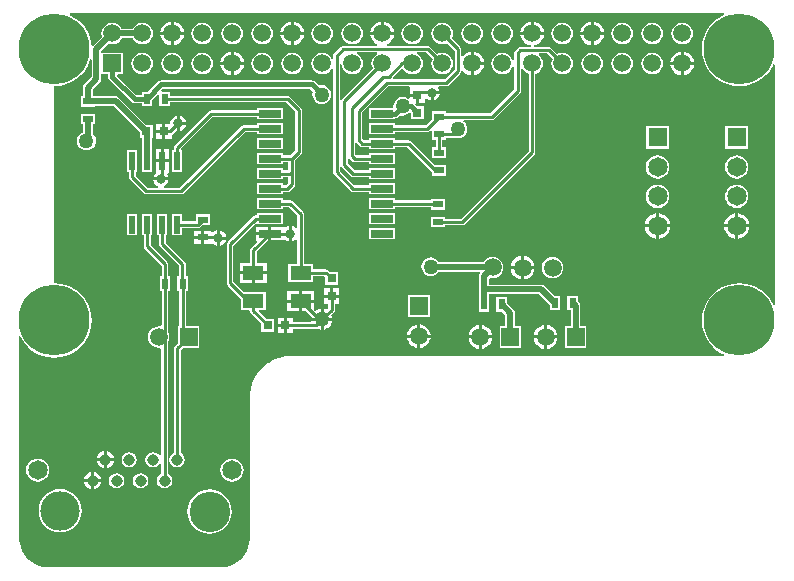
<source format=gtl>
G04*
G04 #@! TF.GenerationSoftware,Altium Limited,Altium Designer,18.1.9 (240)*
G04*
G04 Layer_Physical_Order=1*
G04 Layer_Color=255*
%FSAX25Y25*%
%MOIN*%
G70*
G01*
G75*
%ADD12C,0.01000*%
%ADD16R,0.02362X0.03543*%
%ADD17R,0.02362X0.05906*%
%ADD18R,0.07480X0.02559*%
%ADD19R,0.07087X0.04724*%
%ADD20R,0.03150X0.03150*%
%ADD21R,0.03150X0.03150*%
%ADD22R,0.03543X0.02362*%
%ADD41C,0.02000*%
%ADD42C,0.01575*%
%ADD43R,0.05906X0.05906*%
%ADD44C,0.05906*%
%ADD45C,0.23622*%
%ADD46C,0.06496*%
%ADD47C,0.13110*%
%ADD48C,0.13504*%
%ADD49C,0.03819*%
%ADD50R,0.06496X0.06496*%
%ADD51C,0.05906*%
%ADD52C,0.05910*%
%ADD53R,0.05906X0.05906*%
%ADD54C,0.05000*%
%ADD55C,0.03150*%
G36*
X0631055Y0413824D02*
X0631152Y0413333D01*
X0630694Y0413144D01*
X0629029Y0412123D01*
X0627543Y0410854D01*
X0626275Y0409369D01*
X0625254Y0407703D01*
X0624506Y0405898D01*
X0624050Y0403999D01*
X0623897Y0402051D01*
X0624050Y0400104D01*
X0624506Y0398204D01*
X0625254Y0396399D01*
X0626275Y0394734D01*
X0627543Y0393248D01*
X0629029Y0391979D01*
X0630694Y0390959D01*
X0632499Y0390211D01*
X0634399Y0389755D01*
X0636346Y0389602D01*
X0638294Y0389755D01*
X0640194Y0390211D01*
X0641998Y0390959D01*
X0643664Y0391979D01*
X0645150Y0393248D01*
X0646418Y0394734D01*
X0647439Y0396399D01*
X0647629Y0396857D01*
X0648119Y0396760D01*
Y0316792D01*
X0647629Y0316694D01*
X0647439Y0317152D01*
X0646418Y0318818D01*
X0645150Y0320303D01*
X0643664Y0321572D01*
X0641998Y0322592D01*
X0640194Y0323340D01*
X0638294Y0323796D01*
X0636346Y0323949D01*
X0634399Y0323796D01*
X0632499Y0323340D01*
X0630694Y0322592D01*
X0629029Y0321572D01*
X0627543Y0320303D01*
X0626275Y0318818D01*
X0625254Y0317152D01*
X0624506Y0315347D01*
X0624050Y0313447D01*
X0623897Y0311500D01*
X0624050Y0309553D01*
X0624506Y0307653D01*
X0625254Y0305848D01*
X0626275Y0304182D01*
X0627543Y0302697D01*
X0629029Y0301428D01*
X0630694Y0300408D01*
X0631152Y0300218D01*
X0631055Y0299728D01*
X0487008Y0299728D01*
X0486996Y0299725D01*
X0486983Y0299727D01*
X0486211Y0299718D01*
X0486093Y0299693D01*
X0485973Y0299701D01*
X0484442Y0299499D01*
X0484316Y0299457D01*
X0484184Y0299448D01*
X0482692Y0299048D01*
X0482573Y0298990D01*
X0482443Y0298964D01*
X0481016Y0298372D01*
X0480906Y0298299D01*
X0480781Y0298256D01*
X0479443Y0297484D01*
X0479343Y0297396D01*
X0479224Y0297338D01*
X0477998Y0296397D01*
X0477911Y0296298D01*
X0477801Y0296224D01*
X0476709Y0295132D01*
X0476635Y0295022D01*
X0476536Y0294935D01*
X0475595Y0293709D01*
X0475536Y0293590D01*
X0475449Y0293491D01*
X0474677Y0292153D01*
X0474634Y0292027D01*
X0474561Y0291917D01*
X0473969Y0290490D01*
X0473944Y0290360D01*
X0473885Y0290241D01*
X0473485Y0288749D01*
X0473477Y0288617D01*
X0473434Y0288491D01*
X0473232Y0286960D01*
X0473239Y0286860D01*
X0473216Y0286763D01*
X0473191Y0285991D01*
X0473196Y0285958D01*
X0473190Y0285925D01*
Y0239075D01*
X0473190Y0238432D01*
X0473022Y0237158D01*
X0472689Y0235917D01*
X0472198Y0234729D01*
X0471555Y0233616D01*
X0470773Y0232597D01*
X0469864Y0231688D01*
X0468844Y0230906D01*
X0467731Y0230263D01*
X0466544Y0229771D01*
X0465303Y0229438D01*
X0464028Y0229271D01*
X0463386Y0229271D01*
X0405389D01*
X0404115Y0229438D01*
X0402873Y0229771D01*
X0401686Y0230263D01*
X0400573Y0230906D01*
X0399553Y0231688D01*
X0398645Y0232597D01*
X0397862Y0233616D01*
X0397220Y0234729D01*
X0396728Y0235917D01*
X0396395Y0237158D01*
X0396228Y0238432D01*
Y0239075D01*
Y0306208D01*
X0396718Y0306306D01*
X0396907Y0305848D01*
X0397928Y0304182D01*
X0399197Y0302697D01*
X0400682Y0301428D01*
X0402348Y0300408D01*
X0404153Y0299660D01*
X0406052Y0299204D01*
X0408000Y0299051D01*
X0409947Y0299204D01*
X0411847Y0299660D01*
X0413652Y0300408D01*
X0415318Y0301428D01*
X0416803Y0302697D01*
X0418072Y0304182D01*
X0419093Y0305848D01*
X0419840Y0307653D01*
X0420296Y0309553D01*
X0420449Y0311500D01*
X0420296Y0313447D01*
X0419840Y0315347D01*
X0419093Y0317152D01*
X0418072Y0318818D01*
X0416803Y0320303D01*
X0415318Y0321572D01*
X0413652Y0322592D01*
X0411847Y0323340D01*
X0409947Y0323796D01*
X0408000Y0323949D01*
Y0389602D01*
X0409947Y0389755D01*
X0411847Y0390211D01*
X0413652Y0390959D01*
X0415318Y0391979D01*
X0416803Y0393248D01*
X0418072Y0394734D01*
X0419093Y0396399D01*
X0419840Y0398204D01*
X0419916Y0398520D01*
X0420416Y0398461D01*
Y0392703D01*
X0417941Y0390228D01*
X0417587Y0389699D01*
X0417463Y0389075D01*
Y0386328D01*
X0416723D01*
Y0382766D01*
X0421466D01*
Y0382916D01*
X0427868D01*
X0436408Y0374376D01*
Y0372333D01*
X0437306D01*
Y0368218D01*
X0437156D01*
Y0361113D01*
X0440718D01*
Y0368218D01*
X0440568D01*
Y0372333D01*
X0440758D01*
Y0376683D01*
X0438715D01*
X0429697Y0385701D01*
X0429168Y0386054D01*
X0428543Y0386179D01*
X0421466D01*
Y0386328D01*
X0420726D01*
Y0388399D01*
X0423201Y0390874D01*
X0423554Y0391403D01*
X0423679Y0392028D01*
Y0393146D01*
X0423711Y0393632D01*
X0424179Y0393632D01*
X0425849D01*
Y0392815D01*
X0425957Y0392274D01*
X0426264Y0391815D01*
X0433744Y0384334D01*
X0434203Y0384028D01*
X0434744Y0383920D01*
X0437097D01*
Y0382963D01*
X0440659D01*
Y0385115D01*
X0442540Y0386997D01*
X0443002Y0386805D01*
Y0382963D01*
X0446565D01*
Y0384213D01*
X0485264D01*
X0488347Y0381130D01*
Y0368280D01*
X0486622Y0366555D01*
X0484163D01*
Y0367313D01*
X0475483D01*
Y0363554D01*
X0484163D01*
Y0364312D01*
X0485965D01*
Y0361567D01*
X0485953Y0361555D01*
X0484163D01*
Y0362313D01*
X0475483D01*
Y0358554D01*
X0484163D01*
Y0359312D01*
X0485965D01*
Y0357335D01*
X0485185Y0356555D01*
X0484163D01*
Y0357313D01*
X0475483D01*
Y0353554D01*
X0484163D01*
Y0354311D01*
X0485650D01*
X0485650Y0354311D01*
X0486079Y0354397D01*
X0486443Y0354640D01*
X0487880Y0356077D01*
X0487880Y0356077D01*
X0488123Y0356441D01*
X0488208Y0356870D01*
X0488208Y0356870D01*
Y0361102D01*
Y0364968D01*
X0490262Y0367022D01*
X0490262Y0367022D01*
X0490505Y0367386D01*
X0490590Y0367815D01*
X0490590Y0367815D01*
Y0381594D01*
X0490505Y0382024D01*
X0490262Y0382388D01*
X0490262Y0382388D01*
X0486521Y0386128D01*
X0486158Y0386371D01*
X0485728Y0386456D01*
X0485728Y0386456D01*
X0446565D01*
Y0387706D01*
X0443903D01*
X0443712Y0388168D01*
X0444287Y0388743D01*
X0493213D01*
X0494187Y0387769D01*
X0494126Y0387620D01*
X0494019Y0386811D01*
X0494126Y0386002D01*
X0494438Y0385248D01*
X0494935Y0384600D01*
X0495582Y0384103D01*
X0496336Y0383791D01*
X0497146Y0383684D01*
X0497955Y0383791D01*
X0498709Y0384103D01*
X0499357Y0384600D01*
X0499854Y0385248D01*
X0500166Y0386002D01*
X0500272Y0386811D01*
X0500166Y0387620D01*
X0499854Y0388374D01*
X0499357Y0389022D01*
X0498709Y0389519D01*
X0497955Y0389831D01*
X0497146Y0389938D01*
X0496336Y0389831D01*
X0496188Y0389770D01*
X0494800Y0391158D01*
X0494341Y0391464D01*
X0493799Y0391572D01*
X0443701D01*
X0443159Y0391464D01*
X0442700Y0391158D01*
X0439249Y0387706D01*
X0437097D01*
Y0386749D01*
X0435330D01*
X0428947Y0393132D01*
X0429154Y0393632D01*
X0430817D01*
Y0400738D01*
X0423711Y0400738D01*
X0423679Y0401224D01*
Y0401293D01*
X0426176Y0403790D01*
X0426336Y0403724D01*
X0427264Y0403602D01*
X0428191Y0403724D01*
X0429056Y0404082D01*
X0429798Y0404651D01*
X0430367Y0405393D01*
X0430434Y0405554D01*
X0434094D01*
X0434161Y0405393D01*
X0434730Y0404651D01*
X0435472Y0404082D01*
X0436336Y0403724D01*
X0437264Y0403602D01*
X0438191Y0403724D01*
X0439055Y0404082D01*
X0439798Y0404651D01*
X0440367Y0405393D01*
X0440725Y0406258D01*
X0440847Y0407185D01*
X0440725Y0408112D01*
X0440367Y0408977D01*
X0439798Y0409719D01*
X0439055Y0410288D01*
X0438191Y0410646D01*
X0437264Y0410769D01*
X0436336Y0410646D01*
X0435472Y0410288D01*
X0434730Y0409719D01*
X0434161Y0408977D01*
X0434094Y0408816D01*
X0430434D01*
X0430367Y0408977D01*
X0429798Y0409719D01*
X0429056Y0410288D01*
X0428191Y0410646D01*
X0427264Y0410769D01*
X0426336Y0410646D01*
X0425472Y0410288D01*
X0424730Y0409719D01*
X0424160Y0408977D01*
X0423803Y0408112D01*
X0423680Y0407185D01*
X0423803Y0406258D01*
X0423869Y0406097D01*
X0420894Y0403122D01*
X0420869Y0403086D01*
X0420358Y0403220D01*
X0420296Y0403999D01*
X0419840Y0405898D01*
X0419093Y0407703D01*
X0418072Y0409369D01*
X0416803Y0410854D01*
X0415318Y0412123D01*
X0413652Y0413144D01*
X0413194Y0413333D01*
X0413292Y0413824D01*
X0631055Y0413824D01*
D02*
G37*
%LPC*%
G36*
X0587764Y0411106D02*
Y0407685D01*
X0591185D01*
X0591115Y0408217D01*
X0590717Y0409178D01*
X0590083Y0410004D01*
X0589257Y0410638D01*
X0588296Y0411036D01*
X0587764Y0411106D01*
D02*
G37*
G36*
X0586764D02*
X0586232Y0411036D01*
X0585270Y0410638D01*
X0584445Y0410004D01*
X0583811Y0409178D01*
X0583413Y0408217D01*
X0583343Y0407685D01*
X0586764D01*
Y0411106D01*
D02*
G37*
G36*
X0567764D02*
Y0407685D01*
X0571185D01*
X0571115Y0408217D01*
X0570716Y0409178D01*
X0570083Y0410004D01*
X0569257Y0410638D01*
X0568296Y0411036D01*
X0567764Y0411106D01*
D02*
G37*
G36*
X0566764D02*
X0566232Y0411036D01*
X0565270Y0410638D01*
X0564445Y0410004D01*
X0563811Y0409178D01*
X0563413Y0408217D01*
X0563343Y0407685D01*
X0566764D01*
Y0411106D01*
D02*
G37*
G36*
X0517764D02*
Y0407685D01*
X0521185D01*
X0521115Y0408217D01*
X0520716Y0409178D01*
X0520083Y0410004D01*
X0519257Y0410638D01*
X0518296Y0411036D01*
X0517764Y0411106D01*
D02*
G37*
G36*
X0516764D02*
X0516232Y0411036D01*
X0515270Y0410638D01*
X0514445Y0410004D01*
X0513811Y0409178D01*
X0513413Y0408217D01*
X0513343Y0407685D01*
X0516764D01*
Y0411106D01*
D02*
G37*
G36*
X0487764D02*
Y0407685D01*
X0491185D01*
X0491115Y0408217D01*
X0490717Y0409178D01*
X0490083Y0410004D01*
X0489257Y0410638D01*
X0488296Y0411036D01*
X0487764Y0411106D01*
D02*
G37*
G36*
X0486764D02*
X0486232Y0411036D01*
X0485270Y0410638D01*
X0484445Y0410004D01*
X0483811Y0409178D01*
X0483413Y0408217D01*
X0483343Y0407685D01*
X0486764D01*
Y0411106D01*
D02*
G37*
G36*
X0447764D02*
Y0407685D01*
X0451185D01*
X0451115Y0408217D01*
X0450716Y0409178D01*
X0450083Y0410004D01*
X0449257Y0410638D01*
X0448296Y0411036D01*
X0447764Y0411106D01*
D02*
G37*
G36*
X0446764D02*
X0446232Y0411036D01*
X0445270Y0410638D01*
X0444445Y0410004D01*
X0443811Y0409178D01*
X0443413Y0408217D01*
X0443343Y0407685D01*
X0446764D01*
Y0411106D01*
D02*
G37*
G36*
X0617264Y0410769D02*
X0616336Y0410646D01*
X0615472Y0410288D01*
X0614730Y0409719D01*
X0614160Y0408977D01*
X0613802Y0408112D01*
X0613680Y0407185D01*
X0613802Y0406258D01*
X0614160Y0405393D01*
X0614730Y0404651D01*
X0615472Y0404082D01*
X0616336Y0403724D01*
X0617264Y0403602D01*
X0618191Y0403724D01*
X0619056Y0404082D01*
X0619798Y0404651D01*
X0620367Y0405393D01*
X0620725Y0406258D01*
X0620847Y0407185D01*
X0620725Y0408112D01*
X0620367Y0408977D01*
X0619798Y0409719D01*
X0619056Y0410288D01*
X0618191Y0410646D01*
X0617264Y0410769D01*
D02*
G37*
G36*
X0607264D02*
X0606336Y0410646D01*
X0605472Y0410288D01*
X0604730Y0409719D01*
X0604160Y0408977D01*
X0603802Y0408112D01*
X0603680Y0407185D01*
X0603802Y0406258D01*
X0604160Y0405393D01*
X0604730Y0404651D01*
X0605472Y0404082D01*
X0606336Y0403724D01*
X0607264Y0403602D01*
X0608191Y0403724D01*
X0609056Y0404082D01*
X0609798Y0404651D01*
X0610367Y0405393D01*
X0610725Y0406258D01*
X0610847Y0407185D01*
X0610725Y0408112D01*
X0610367Y0408977D01*
X0609798Y0409719D01*
X0609056Y0410288D01*
X0608191Y0410646D01*
X0607264Y0410769D01*
D02*
G37*
G36*
X0597264D02*
X0596336Y0410646D01*
X0595472Y0410288D01*
X0594730Y0409719D01*
X0594161Y0408977D01*
X0593802Y0408112D01*
X0593680Y0407185D01*
X0593802Y0406258D01*
X0594161Y0405393D01*
X0594730Y0404651D01*
X0595472Y0404082D01*
X0596336Y0403724D01*
X0597264Y0403602D01*
X0598191Y0403724D01*
X0599055Y0404082D01*
X0599798Y0404651D01*
X0600367Y0405393D01*
X0600725Y0406258D01*
X0600847Y0407185D01*
X0600725Y0408112D01*
X0600367Y0408977D01*
X0599798Y0409719D01*
X0599055Y0410288D01*
X0598191Y0410646D01*
X0597264Y0410769D01*
D02*
G37*
G36*
X0577264D02*
X0576336Y0410646D01*
X0575472Y0410288D01*
X0574730Y0409719D01*
X0574160Y0408977D01*
X0573803Y0408112D01*
X0573680Y0407185D01*
X0573803Y0406258D01*
X0574160Y0405393D01*
X0574730Y0404651D01*
X0575472Y0404082D01*
X0576336Y0403724D01*
X0577264Y0403602D01*
X0578191Y0403724D01*
X0579056Y0404082D01*
X0579798Y0404651D01*
X0580367Y0405393D01*
X0580725Y0406258D01*
X0580847Y0407185D01*
X0580725Y0408112D01*
X0580367Y0408977D01*
X0579798Y0409719D01*
X0579056Y0410288D01*
X0578191Y0410646D01*
X0577264Y0410769D01*
D02*
G37*
G36*
X0557264D02*
X0556336Y0410646D01*
X0555472Y0410288D01*
X0554730Y0409719D01*
X0554160Y0408977D01*
X0553802Y0408112D01*
X0553680Y0407185D01*
X0553802Y0406258D01*
X0554160Y0405393D01*
X0554730Y0404651D01*
X0555472Y0404082D01*
X0556336Y0403724D01*
X0557264Y0403602D01*
X0558191Y0403724D01*
X0559056Y0404082D01*
X0559798Y0404651D01*
X0560367Y0405393D01*
X0560725Y0406258D01*
X0560847Y0407185D01*
X0560725Y0408112D01*
X0560367Y0408977D01*
X0559798Y0409719D01*
X0559056Y0410288D01*
X0558191Y0410646D01*
X0557264Y0410769D01*
D02*
G37*
G36*
X0547264D02*
X0546336Y0410646D01*
X0545472Y0410288D01*
X0544730Y0409719D01*
X0544161Y0408977D01*
X0543802Y0408112D01*
X0543680Y0407185D01*
X0543802Y0406258D01*
X0544161Y0405393D01*
X0544730Y0404651D01*
X0545472Y0404082D01*
X0546336Y0403724D01*
X0547264Y0403602D01*
X0548191Y0403724D01*
X0549055Y0404082D01*
X0549798Y0404651D01*
X0550367Y0405393D01*
X0550725Y0406258D01*
X0550847Y0407185D01*
X0550725Y0408112D01*
X0550367Y0408977D01*
X0549798Y0409719D01*
X0549055Y0410288D01*
X0548191Y0410646D01*
X0547264Y0410769D01*
D02*
G37*
G36*
X0527264D02*
X0526336Y0410646D01*
X0525472Y0410288D01*
X0524730Y0409719D01*
X0524160Y0408977D01*
X0523803Y0408112D01*
X0523680Y0407185D01*
X0523803Y0406258D01*
X0524160Y0405393D01*
X0524730Y0404651D01*
X0525472Y0404082D01*
X0526336Y0403724D01*
X0527264Y0403602D01*
X0528191Y0403724D01*
X0529056Y0404082D01*
X0529798Y0404651D01*
X0530367Y0405393D01*
X0530725Y0406258D01*
X0530847Y0407185D01*
X0530725Y0408112D01*
X0530367Y0408977D01*
X0529798Y0409719D01*
X0529056Y0410288D01*
X0528191Y0410646D01*
X0527264Y0410769D01*
D02*
G37*
G36*
X0507264D02*
X0506336Y0410646D01*
X0505472Y0410288D01*
X0504730Y0409719D01*
X0504160Y0408977D01*
X0503802Y0408112D01*
X0503680Y0407185D01*
X0503802Y0406258D01*
X0504160Y0405393D01*
X0504730Y0404651D01*
X0505472Y0404082D01*
X0506336Y0403724D01*
X0507264Y0403602D01*
X0508191Y0403724D01*
X0509056Y0404082D01*
X0509798Y0404651D01*
X0510367Y0405393D01*
X0510725Y0406258D01*
X0510847Y0407185D01*
X0510725Y0408112D01*
X0510367Y0408977D01*
X0509798Y0409719D01*
X0509056Y0410288D01*
X0508191Y0410646D01*
X0507264Y0410769D01*
D02*
G37*
G36*
X0497264D02*
X0496336Y0410646D01*
X0495472Y0410288D01*
X0494730Y0409719D01*
X0494161Y0408977D01*
X0493802Y0408112D01*
X0493680Y0407185D01*
X0493802Y0406258D01*
X0494161Y0405393D01*
X0494730Y0404651D01*
X0495472Y0404082D01*
X0496336Y0403724D01*
X0497264Y0403602D01*
X0498191Y0403724D01*
X0499055Y0404082D01*
X0499798Y0404651D01*
X0500367Y0405393D01*
X0500725Y0406258D01*
X0500847Y0407185D01*
X0500725Y0408112D01*
X0500367Y0408977D01*
X0499798Y0409719D01*
X0499055Y0410288D01*
X0498191Y0410646D01*
X0497264Y0410769D01*
D02*
G37*
G36*
X0477264D02*
X0476336Y0410646D01*
X0475472Y0410288D01*
X0474730Y0409719D01*
X0474160Y0408977D01*
X0473803Y0408112D01*
X0473680Y0407185D01*
X0473803Y0406258D01*
X0474160Y0405393D01*
X0474730Y0404651D01*
X0475472Y0404082D01*
X0476336Y0403724D01*
X0477264Y0403602D01*
X0478191Y0403724D01*
X0479056Y0404082D01*
X0479798Y0404651D01*
X0480367Y0405393D01*
X0480725Y0406258D01*
X0480847Y0407185D01*
X0480725Y0408112D01*
X0480367Y0408977D01*
X0479798Y0409719D01*
X0479056Y0410288D01*
X0478191Y0410646D01*
X0477264Y0410769D01*
D02*
G37*
G36*
X0467264D02*
X0466336Y0410646D01*
X0465472Y0410288D01*
X0464730Y0409719D01*
X0464160Y0408977D01*
X0463802Y0408112D01*
X0463680Y0407185D01*
X0463802Y0406258D01*
X0464160Y0405393D01*
X0464730Y0404651D01*
X0465472Y0404082D01*
X0466336Y0403724D01*
X0467264Y0403602D01*
X0468191Y0403724D01*
X0469056Y0404082D01*
X0469798Y0404651D01*
X0470367Y0405393D01*
X0470725Y0406258D01*
X0470847Y0407185D01*
X0470725Y0408112D01*
X0470367Y0408977D01*
X0469798Y0409719D01*
X0469056Y0410288D01*
X0468191Y0410646D01*
X0467264Y0410769D01*
D02*
G37*
G36*
X0457264D02*
X0456336Y0410646D01*
X0455472Y0410288D01*
X0454730Y0409719D01*
X0454160Y0408977D01*
X0453802Y0408112D01*
X0453680Y0407185D01*
X0453802Y0406258D01*
X0454160Y0405393D01*
X0454730Y0404651D01*
X0455472Y0404082D01*
X0456336Y0403724D01*
X0457264Y0403602D01*
X0458191Y0403724D01*
X0459056Y0404082D01*
X0459798Y0404651D01*
X0460367Y0405393D01*
X0460725Y0406258D01*
X0460847Y0407185D01*
X0460725Y0408112D01*
X0460367Y0408977D01*
X0459798Y0409719D01*
X0459056Y0410288D01*
X0458191Y0410646D01*
X0457264Y0410769D01*
D02*
G37*
G36*
X0591185Y0406685D02*
X0587764D01*
Y0403264D01*
X0588296Y0403334D01*
X0589257Y0403732D01*
X0590083Y0404366D01*
X0590717Y0405192D01*
X0591115Y0406153D01*
X0591185Y0406685D01*
D02*
G37*
G36*
X0586764D02*
X0583343D01*
X0583413Y0406153D01*
X0583811Y0405192D01*
X0584445Y0404366D01*
X0585270Y0403732D01*
X0586232Y0403334D01*
X0586764Y0403264D01*
Y0406685D01*
D02*
G37*
G36*
X0491185D02*
X0487764D01*
Y0403264D01*
X0488296Y0403334D01*
X0489257Y0403732D01*
X0490083Y0404366D01*
X0490717Y0405192D01*
X0491115Y0406153D01*
X0491185Y0406685D01*
D02*
G37*
G36*
X0486764D02*
X0483343D01*
X0483413Y0406153D01*
X0483811Y0405192D01*
X0484445Y0404366D01*
X0485270Y0403732D01*
X0486232Y0403334D01*
X0486764Y0403264D01*
Y0406685D01*
D02*
G37*
G36*
X0451185D02*
X0447764D01*
Y0403264D01*
X0448296Y0403334D01*
X0449257Y0403732D01*
X0450083Y0404366D01*
X0450716Y0405192D01*
X0451115Y0406153D01*
X0451185Y0406685D01*
D02*
G37*
G36*
X0446764D02*
X0443343D01*
X0443413Y0406153D01*
X0443811Y0405192D01*
X0444445Y0404366D01*
X0445270Y0403732D01*
X0446232Y0403334D01*
X0446764Y0403264D01*
Y0406685D01*
D02*
G37*
G36*
X0571185D02*
X0563343D01*
X0563413Y0406153D01*
X0563811Y0405192D01*
X0564445Y0404366D01*
X0565270Y0403732D01*
X0566232Y0403334D01*
X0566799Y0403259D01*
X0566766Y0402759D01*
X0563350D01*
X0563350Y0402759D01*
X0562921Y0402674D01*
X0562557Y0402431D01*
X0562557Y0402431D01*
X0561609Y0401482D01*
X0561365Y0401118D01*
X0561280Y0400689D01*
X0561280Y0400689D01*
Y0397728D01*
X0560780Y0397695D01*
X0560725Y0398113D01*
X0560367Y0398977D01*
X0559798Y0399719D01*
X0559056Y0400288D01*
X0558191Y0400646D01*
X0557264Y0400768D01*
X0556336Y0400646D01*
X0555472Y0400288D01*
X0554730Y0399719D01*
X0554160Y0398977D01*
X0553802Y0398113D01*
X0553680Y0397185D01*
X0553802Y0396258D01*
X0554160Y0395393D01*
X0554730Y0394651D01*
X0555472Y0394082D01*
X0556336Y0393724D01*
X0557264Y0393602D01*
X0558191Y0393724D01*
X0559056Y0394082D01*
X0559798Y0394651D01*
X0560367Y0395393D01*
X0560725Y0396258D01*
X0560780Y0396675D01*
X0561280Y0396642D01*
Y0388457D01*
X0553374Y0380551D01*
X0538592D01*
Y0381210D01*
X0533849D01*
Y0378644D01*
X0531760Y0376555D01*
X0521564D01*
Y0377313D01*
X0512884D01*
Y0373553D01*
X0521564D01*
Y0374311D01*
X0532224D01*
X0532224Y0374311D01*
X0532654Y0374397D01*
X0533017Y0374640D01*
X0533349Y0374971D01*
X0533849Y0374764D01*
Y0371743D01*
X0535099D01*
Y0369202D01*
X0533849D01*
Y0365640D01*
X0538592D01*
Y0369202D01*
X0537342D01*
Y0371743D01*
X0538592D01*
Y0372402D01*
X0540748D01*
X0540748Y0372402D01*
X0541177Y0372487D01*
X0541185Y0372493D01*
X0541710Y0372275D01*
X0542520Y0372168D01*
X0543329Y0372275D01*
X0544083Y0372587D01*
X0544731Y0373084D01*
X0545227Y0373732D01*
X0545540Y0374486D01*
X0545646Y0375295D01*
X0545540Y0376104D01*
X0545227Y0376859D01*
X0544731Y0377506D01*
X0544338Y0377808D01*
X0544508Y0378308D01*
X0553838D01*
X0553839Y0378308D01*
X0554268Y0378393D01*
X0554632Y0378636D01*
X0563195Y0387199D01*
X0563195Y0387199D01*
X0563438Y0387563D01*
X0563523Y0387992D01*
X0563523Y0387992D01*
Y0395625D01*
X0564023Y0395725D01*
X0564160Y0395393D01*
X0564730Y0394651D01*
X0565472Y0394082D01*
X0566142Y0393804D01*
Y0368024D01*
X0543532Y0345413D01*
X0538297D01*
Y0346072D01*
X0533554D01*
Y0342510D01*
X0538297D01*
Y0343170D01*
X0543996D01*
X0543996Y0343170D01*
X0544425Y0343255D01*
X0544789Y0343498D01*
X0568057Y0366766D01*
X0568300Y0367130D01*
X0568385Y0367559D01*
X0568385Y0367559D01*
Y0393804D01*
X0569056Y0394082D01*
X0569798Y0394651D01*
X0570367Y0395393D01*
X0570725Y0396258D01*
X0570847Y0397185D01*
X0570725Y0398113D01*
X0570367Y0398977D01*
X0569798Y0399719D01*
X0569410Y0400016D01*
X0569580Y0400516D01*
X0572346D01*
X0574080Y0398783D01*
X0573803Y0398113D01*
X0573680Y0397185D01*
X0573803Y0396258D01*
X0574160Y0395393D01*
X0574730Y0394651D01*
X0575472Y0394082D01*
X0576336Y0393724D01*
X0577264Y0393602D01*
X0578191Y0393724D01*
X0579056Y0394082D01*
X0579798Y0394651D01*
X0580367Y0395393D01*
X0580725Y0396258D01*
X0580847Y0397185D01*
X0580725Y0398113D01*
X0580367Y0398977D01*
X0579798Y0399719D01*
X0579056Y0400288D01*
X0578191Y0400646D01*
X0577264Y0400768D01*
X0576336Y0400646D01*
X0575666Y0400369D01*
X0573604Y0402431D01*
X0573240Y0402674D01*
X0572811Y0402759D01*
X0572811Y0402759D01*
X0567761D01*
X0567728Y0403259D01*
X0568296Y0403334D01*
X0569257Y0403732D01*
X0570083Y0404366D01*
X0570716Y0405192D01*
X0571115Y0406153D01*
X0571185Y0406685D01*
D02*
G37*
G36*
X0617764Y0401106D02*
Y0397685D01*
X0621185D01*
X0621115Y0398217D01*
X0620716Y0399179D01*
X0620083Y0400004D01*
X0619257Y0400638D01*
X0618296Y0401036D01*
X0617764Y0401106D01*
D02*
G37*
G36*
X0616764D02*
X0616232Y0401036D01*
X0615270Y0400638D01*
X0614445Y0400004D01*
X0613811Y0399179D01*
X0613413Y0398217D01*
X0613343Y0397685D01*
X0616764D01*
Y0401106D01*
D02*
G37*
G36*
X0547764D02*
Y0397685D01*
X0551185D01*
X0551115Y0398217D01*
X0550716Y0399179D01*
X0550083Y0400004D01*
X0549257Y0400638D01*
X0548296Y0401036D01*
X0547764Y0401106D01*
D02*
G37*
G36*
X0467764D02*
Y0397685D01*
X0471185D01*
X0471115Y0398217D01*
X0470716Y0399179D01*
X0470083Y0400004D01*
X0469257Y0400638D01*
X0468296Y0401036D01*
X0467764Y0401106D01*
D02*
G37*
G36*
X0466764D02*
X0466232Y0401036D01*
X0465270Y0400638D01*
X0464445Y0400004D01*
X0463811Y0399179D01*
X0463413Y0398217D01*
X0463343Y0397685D01*
X0466764D01*
Y0401106D01*
D02*
G37*
G36*
X0607264Y0400768D02*
X0606336Y0400646D01*
X0605472Y0400288D01*
X0604730Y0399719D01*
X0604160Y0398977D01*
X0603802Y0398113D01*
X0603680Y0397185D01*
X0603802Y0396258D01*
X0604160Y0395393D01*
X0604730Y0394651D01*
X0605472Y0394082D01*
X0606336Y0393724D01*
X0607264Y0393602D01*
X0608191Y0393724D01*
X0609056Y0394082D01*
X0609798Y0394651D01*
X0610367Y0395393D01*
X0610725Y0396258D01*
X0610847Y0397185D01*
X0610725Y0398113D01*
X0610367Y0398977D01*
X0609798Y0399719D01*
X0609056Y0400288D01*
X0608191Y0400646D01*
X0607264Y0400768D01*
D02*
G37*
G36*
X0597264D02*
X0596336Y0400646D01*
X0595472Y0400288D01*
X0594730Y0399719D01*
X0594161Y0398977D01*
X0593802Y0398113D01*
X0593680Y0397185D01*
X0593802Y0396258D01*
X0594161Y0395393D01*
X0594730Y0394651D01*
X0595472Y0394082D01*
X0596336Y0393724D01*
X0597264Y0393602D01*
X0598191Y0393724D01*
X0599055Y0394082D01*
X0599798Y0394651D01*
X0600367Y0395393D01*
X0600725Y0396258D01*
X0600847Y0397185D01*
X0600725Y0398113D01*
X0600367Y0398977D01*
X0599798Y0399719D01*
X0599055Y0400288D01*
X0598191Y0400646D01*
X0597264Y0400768D01*
D02*
G37*
G36*
X0587264D02*
X0586336Y0400646D01*
X0585472Y0400288D01*
X0584730Y0399719D01*
X0584161Y0398977D01*
X0583803Y0398113D01*
X0583680Y0397185D01*
X0583803Y0396258D01*
X0584161Y0395393D01*
X0584730Y0394651D01*
X0585472Y0394082D01*
X0586336Y0393724D01*
X0587264Y0393602D01*
X0588191Y0393724D01*
X0589055Y0394082D01*
X0589798Y0394651D01*
X0590367Y0395393D01*
X0590725Y0396258D01*
X0590847Y0397185D01*
X0590725Y0398113D01*
X0590367Y0398977D01*
X0589798Y0399719D01*
X0589055Y0400288D01*
X0588191Y0400646D01*
X0587264Y0400768D01*
D02*
G37*
G36*
X0537264Y0410769D02*
X0536336Y0410646D01*
X0535472Y0410288D01*
X0534730Y0409719D01*
X0534161Y0408977D01*
X0533803Y0408112D01*
X0533680Y0407185D01*
X0533803Y0406258D01*
X0534161Y0405393D01*
X0534730Y0404651D01*
X0535472Y0404082D01*
X0536336Y0403724D01*
X0537264Y0403602D01*
X0538191Y0403724D01*
X0538861Y0404001D01*
X0541398Y0401465D01*
Y0395051D01*
X0538201Y0391854D01*
X0520969D01*
X0520762Y0392354D01*
X0523707Y0395299D01*
X0524311Y0395196D01*
X0524730Y0394651D01*
X0525472Y0394082D01*
X0526336Y0393724D01*
X0527264Y0393602D01*
X0528191Y0393724D01*
X0529056Y0394082D01*
X0529798Y0394651D01*
X0530367Y0395393D01*
X0530725Y0396258D01*
X0530847Y0397185D01*
X0530725Y0398113D01*
X0530367Y0398977D01*
X0529798Y0399719D01*
X0529056Y0400288D01*
X0528914Y0400347D01*
X0529013Y0400847D01*
X0532016D01*
X0534080Y0398783D01*
X0533803Y0398113D01*
X0533680Y0397185D01*
X0533803Y0396258D01*
X0534161Y0395393D01*
X0534730Y0394651D01*
X0535472Y0394082D01*
X0536336Y0393724D01*
X0537264Y0393602D01*
X0538191Y0393724D01*
X0539055Y0394082D01*
X0539798Y0394651D01*
X0540367Y0395393D01*
X0540725Y0396258D01*
X0540847Y0397185D01*
X0540725Y0398113D01*
X0540367Y0398977D01*
X0539798Y0399719D01*
X0539055Y0400288D01*
X0538191Y0400646D01*
X0537264Y0400768D01*
X0536336Y0400646D01*
X0535666Y0400369D01*
X0533273Y0402762D01*
X0532909Y0403005D01*
X0532480Y0403090D01*
X0532480Y0403090D01*
X0519013D01*
X0518914Y0403590D01*
X0519257Y0403732D01*
X0520083Y0404366D01*
X0520716Y0405192D01*
X0521115Y0406153D01*
X0521185Y0406685D01*
X0513343D01*
X0513413Y0406153D01*
X0513811Y0405192D01*
X0514445Y0404366D01*
X0515270Y0403732D01*
X0515614Y0403590D01*
X0515514Y0403090D01*
X0504331D01*
X0504331Y0403090D01*
X0503901Y0403005D01*
X0503538Y0402762D01*
X0503538Y0402762D01*
X0501274Y0400498D01*
X0501031Y0400134D01*
X0500945Y0399705D01*
X0500945Y0399705D01*
Y0398887D01*
X0500445Y0398788D01*
X0500367Y0398977D01*
X0499798Y0399719D01*
X0499055Y0400288D01*
X0498191Y0400646D01*
X0497264Y0400768D01*
X0496336Y0400646D01*
X0495472Y0400288D01*
X0494730Y0399719D01*
X0494161Y0398977D01*
X0493802Y0398113D01*
X0493680Y0397185D01*
X0493802Y0396258D01*
X0494161Y0395393D01*
X0494730Y0394651D01*
X0495472Y0394082D01*
X0496336Y0393724D01*
X0497264Y0393602D01*
X0498191Y0393724D01*
X0499055Y0394082D01*
X0499798Y0394651D01*
X0500367Y0395393D01*
X0500445Y0395582D01*
X0500945Y0395483D01*
Y0360925D01*
X0500945Y0360925D01*
X0501031Y0360496D01*
X0501274Y0360132D01*
X0506766Y0354640D01*
X0506766Y0354640D01*
X0507130Y0354397D01*
X0507559Y0354311D01*
X0512884D01*
Y0353554D01*
X0521564D01*
Y0357313D01*
X0512884D01*
Y0356555D01*
X0508024D01*
X0503189Y0361390D01*
Y0362657D01*
X0503688Y0362809D01*
X0503833Y0362593D01*
X0506786Y0359640D01*
X0506786Y0359640D01*
X0507150Y0359397D01*
X0507579Y0359312D01*
X0512884D01*
Y0358554D01*
X0521564D01*
Y0362313D01*
X0512884D01*
Y0361555D01*
X0508043D01*
X0505748Y0363850D01*
Y0365561D01*
X0506248Y0365713D01*
X0506293Y0365644D01*
X0507298Y0364640D01*
X0507298Y0364640D01*
X0507661Y0364397D01*
X0508090Y0364312D01*
X0508091Y0364312D01*
X0512884D01*
Y0363554D01*
X0521564D01*
Y0367313D01*
X0512884D01*
Y0366555D01*
X0508555D01*
X0508208Y0366902D01*
Y0370679D01*
X0508708Y0370831D01*
X0508754Y0370762D01*
X0509876Y0369640D01*
X0509876Y0369640D01*
X0510240Y0369397D01*
X0510669Y0369311D01*
X0510669Y0369311D01*
X0512884D01*
Y0368553D01*
X0521564D01*
Y0369311D01*
X0525658D01*
X0533849Y0361120D01*
Y0359735D01*
X0538592D01*
Y0363297D01*
X0534844D01*
X0526915Y0371226D01*
X0526551Y0371469D01*
X0526122Y0371555D01*
X0526122Y0371555D01*
X0521564D01*
Y0372313D01*
X0512884D01*
Y0371555D01*
X0511134D01*
X0510669Y0372020D01*
Y0380933D01*
X0519346Y0389611D01*
X0526272D01*
X0526461Y0389189D01*
Y0387114D01*
X0529035D01*
Y0386614D01*
X0529535D01*
Y0384039D01*
X0531610D01*
Y0385418D01*
X0531857Y0385492D01*
X0532110Y0385539D01*
X0532952Y0384976D01*
X0533457Y0384876D01*
Y0387402D01*
X0533957D01*
Y0387902D01*
X0536482D01*
X0536382Y0388406D01*
X0535911Y0389111D01*
X0536116Y0389611D01*
X0538665D01*
X0538665Y0389611D01*
X0539094Y0389696D01*
X0539458Y0389939D01*
X0543313Y0393794D01*
X0543556Y0394157D01*
X0543641Y0394587D01*
X0543641Y0394587D01*
Y0394592D01*
X0544141Y0394761D01*
X0544445Y0394366D01*
X0545270Y0393732D01*
X0546232Y0393334D01*
X0546764Y0393264D01*
Y0397185D01*
Y0401106D01*
X0546232Y0401036D01*
X0545270Y0400638D01*
X0544445Y0400004D01*
X0544141Y0399609D01*
X0543641Y0399779D01*
Y0401929D01*
X0543641Y0401929D01*
X0543556Y0402358D01*
X0543313Y0402722D01*
X0540448Y0405587D01*
X0540725Y0406258D01*
X0540847Y0407185D01*
X0540725Y0408112D01*
X0540367Y0408977D01*
X0539798Y0409719D01*
X0539055Y0410288D01*
X0538191Y0410646D01*
X0537264Y0410769D01*
D02*
G37*
G36*
X0487264Y0400768D02*
X0486336Y0400646D01*
X0485472Y0400288D01*
X0484730Y0399719D01*
X0484161Y0398977D01*
X0483803Y0398113D01*
X0483680Y0397185D01*
X0483803Y0396258D01*
X0484161Y0395393D01*
X0484730Y0394651D01*
X0485472Y0394082D01*
X0486336Y0393724D01*
X0487264Y0393602D01*
X0488191Y0393724D01*
X0489055Y0394082D01*
X0489798Y0394651D01*
X0490367Y0395393D01*
X0490725Y0396258D01*
X0490847Y0397185D01*
X0490725Y0398113D01*
X0490367Y0398977D01*
X0489798Y0399719D01*
X0489055Y0400288D01*
X0488191Y0400646D01*
X0487264Y0400768D01*
D02*
G37*
G36*
X0477264D02*
X0476336Y0400646D01*
X0475472Y0400288D01*
X0474730Y0399719D01*
X0474160Y0398977D01*
X0473803Y0398113D01*
X0473680Y0397185D01*
X0473803Y0396258D01*
X0474160Y0395393D01*
X0474730Y0394651D01*
X0475472Y0394082D01*
X0476336Y0393724D01*
X0477264Y0393602D01*
X0478191Y0393724D01*
X0479056Y0394082D01*
X0479798Y0394651D01*
X0480367Y0395393D01*
X0480725Y0396258D01*
X0480847Y0397185D01*
X0480725Y0398113D01*
X0480367Y0398977D01*
X0479798Y0399719D01*
X0479056Y0400288D01*
X0478191Y0400646D01*
X0477264Y0400768D01*
D02*
G37*
G36*
X0457264D02*
X0456336Y0400646D01*
X0455472Y0400288D01*
X0454730Y0399719D01*
X0454160Y0398977D01*
X0453802Y0398113D01*
X0453680Y0397185D01*
X0453802Y0396258D01*
X0454160Y0395393D01*
X0454730Y0394651D01*
X0455472Y0394082D01*
X0456336Y0393724D01*
X0457264Y0393602D01*
X0458191Y0393724D01*
X0459056Y0394082D01*
X0459798Y0394651D01*
X0460367Y0395393D01*
X0460725Y0396258D01*
X0460847Y0397185D01*
X0460725Y0398113D01*
X0460367Y0398977D01*
X0459798Y0399719D01*
X0459056Y0400288D01*
X0458191Y0400646D01*
X0457264Y0400768D01*
D02*
G37*
G36*
X0447264D02*
X0446336Y0400646D01*
X0445472Y0400288D01*
X0444730Y0399719D01*
X0444161Y0398977D01*
X0443802Y0398113D01*
X0443680Y0397185D01*
X0443802Y0396258D01*
X0444161Y0395393D01*
X0444730Y0394651D01*
X0445472Y0394082D01*
X0446336Y0393724D01*
X0447264Y0393602D01*
X0448191Y0393724D01*
X0449055Y0394082D01*
X0449798Y0394651D01*
X0450367Y0395393D01*
X0450725Y0396258D01*
X0450847Y0397185D01*
X0450725Y0398113D01*
X0450367Y0398977D01*
X0449798Y0399719D01*
X0449055Y0400288D01*
X0448191Y0400646D01*
X0447264Y0400768D01*
D02*
G37*
G36*
X0437264D02*
X0436336Y0400646D01*
X0435472Y0400288D01*
X0434730Y0399719D01*
X0434161Y0398977D01*
X0433803Y0398113D01*
X0433680Y0397185D01*
X0433803Y0396258D01*
X0434161Y0395393D01*
X0434730Y0394651D01*
X0435472Y0394082D01*
X0436336Y0393724D01*
X0437264Y0393602D01*
X0438191Y0393724D01*
X0439055Y0394082D01*
X0439798Y0394651D01*
X0440367Y0395393D01*
X0440725Y0396258D01*
X0440847Y0397185D01*
X0440725Y0398113D01*
X0440367Y0398977D01*
X0439798Y0399719D01*
X0439055Y0400288D01*
X0438191Y0400646D01*
X0437264Y0400768D01*
D02*
G37*
G36*
X0621185Y0396685D02*
X0617764D01*
Y0393264D01*
X0618296Y0393334D01*
X0619257Y0393732D01*
X0620083Y0394366D01*
X0620716Y0395192D01*
X0621115Y0396153D01*
X0621185Y0396685D01*
D02*
G37*
G36*
X0616764D02*
X0613343D01*
X0613413Y0396153D01*
X0613811Y0395192D01*
X0614445Y0394366D01*
X0615270Y0393732D01*
X0616232Y0393334D01*
X0616764Y0393264D01*
Y0396685D01*
D02*
G37*
G36*
X0551185D02*
X0547764D01*
Y0393264D01*
X0548296Y0393334D01*
X0549257Y0393732D01*
X0550083Y0394366D01*
X0550716Y0395192D01*
X0551115Y0396153D01*
X0551185Y0396685D01*
D02*
G37*
G36*
X0471185D02*
X0467764D01*
Y0393264D01*
X0468296Y0393334D01*
X0469257Y0393732D01*
X0470083Y0394366D01*
X0470716Y0395192D01*
X0471115Y0396153D01*
X0471185Y0396685D01*
D02*
G37*
G36*
X0466764D02*
X0463343D01*
X0463413Y0396153D01*
X0463811Y0395192D01*
X0464445Y0394366D01*
X0465270Y0393732D01*
X0466232Y0393334D01*
X0466764Y0393264D01*
Y0396685D01*
D02*
G37*
G36*
X0528535Y0386114D02*
X0526461D01*
Y0385611D01*
X0525961Y0385365D01*
X0525677Y0385582D01*
X0524923Y0385894D01*
X0524114Y0386001D01*
X0523305Y0385894D01*
X0522551Y0385582D01*
X0521903Y0385085D01*
X0521406Y0384437D01*
X0521094Y0383683D01*
X0520987Y0382874D01*
X0521012Y0382688D01*
X0520682Y0382313D01*
X0512884D01*
Y0378554D01*
X0521564D01*
Y0379018D01*
X0521673D01*
X0522215Y0379126D01*
X0522674Y0379433D01*
X0523156Y0379915D01*
X0523305Y0379854D01*
X0524114Y0379747D01*
X0524923Y0379854D01*
X0525677Y0380166D01*
X0526325Y0380663D01*
X0526361Y0380709D01*
X0526861Y0380540D01*
Y0378534D01*
X0531210D01*
Y0382884D01*
X0528861D01*
X0528205Y0383539D01*
X0528412Y0384039D01*
X0528535D01*
Y0386114D01*
D02*
G37*
G36*
X0536482Y0386902D02*
X0534457D01*
Y0384876D01*
X0534961Y0384976D01*
X0535813Y0385545D01*
X0536382Y0386397D01*
X0536482Y0386902D01*
D02*
G37*
G36*
X0484163Y0382313D02*
X0475483D01*
Y0381555D01*
X0460256D01*
X0460256Y0381555D01*
X0459827Y0381469D01*
X0459463Y0381226D01*
X0459463Y0381226D01*
X0448144Y0369907D01*
X0447901Y0369543D01*
X0447815Y0369114D01*
X0447816Y0369114D01*
Y0368218D01*
X0447156D01*
Y0361113D01*
X0450718D01*
Y0368218D01*
X0450224D01*
X0450127Y0368718D01*
X0460720Y0379311D01*
X0475483D01*
Y0378554D01*
X0484163D01*
Y0382313D01*
D02*
G37*
G36*
X0449811Y0379691D02*
Y0377665D01*
X0451837D01*
X0451736Y0378170D01*
X0451167Y0379022D01*
X0450316Y0379591D01*
X0449811Y0379691D01*
D02*
G37*
G36*
X0484163Y0377313D02*
X0475483D01*
Y0376555D01*
X0471102D01*
X0471102Y0376555D01*
X0470673Y0376469D01*
X0470309Y0376226D01*
X0449866Y0355783D01*
X0444662D01*
X0444590Y0355995D01*
X0444579Y0356283D01*
X0445360Y0356805D01*
X0445929Y0357657D01*
X0446030Y0358161D01*
X0440978D01*
X0441079Y0357657D01*
X0441648Y0356805D01*
X0442429Y0356283D01*
X0442417Y0355995D01*
X0442346Y0355783D01*
X0439012D01*
X0435059Y0359736D01*
Y0361113D01*
X0435718D01*
Y0368218D01*
X0432156D01*
Y0361113D01*
X0432816D01*
Y0359272D01*
X0432815Y0359272D01*
X0432901Y0358842D01*
X0433144Y0358479D01*
X0437754Y0353868D01*
X0438118Y0353625D01*
X0438547Y0353540D01*
X0438547Y0353540D01*
X0450331D01*
X0450331Y0353540D01*
X0450760Y0353625D01*
X0451124Y0353868D01*
X0471567Y0374311D01*
X0475483D01*
Y0373553D01*
X0484163D01*
Y0377313D01*
D02*
G37*
G36*
X0443988Y0377083D02*
X0441913D01*
Y0375008D01*
X0443988D01*
Y0377083D01*
D02*
G37*
G36*
X0451837Y0376665D02*
X0449811D01*
Y0374640D01*
X0450316Y0374740D01*
X0451167Y0375309D01*
X0451736Y0376161D01*
X0451837Y0376665D01*
D02*
G37*
G36*
X0448811Y0379691D02*
X0448306Y0379591D01*
X0447455Y0379022D01*
X0446886Y0378170D01*
X0446686Y0377165D01*
X0446618Y0377083D01*
X0444988D01*
Y0374508D01*
Y0371933D01*
X0447063D01*
Y0373468D01*
X0447083Y0373472D01*
X0447447Y0373715D01*
X0448444Y0374712D01*
X0448811Y0374640D01*
Y0377165D01*
Y0379691D01*
D02*
G37*
G36*
X0443988Y0374008D02*
X0441913D01*
Y0371933D01*
X0443988D01*
Y0374008D01*
D02*
G37*
G36*
X0639281Y0376387D02*
X0631585D01*
Y0368691D01*
X0639281D01*
Y0376387D01*
D02*
G37*
G36*
X0612903D02*
X0605207D01*
Y0368691D01*
X0612903D01*
Y0376387D01*
D02*
G37*
G36*
X0484163Y0372313D02*
X0475483D01*
Y0368553D01*
X0484163D01*
Y0372313D01*
D02*
G37*
G36*
X0421466Y0380423D02*
X0416723D01*
Y0376861D01*
X0417463D01*
Y0374201D01*
X0417137Y0374066D01*
X0416490Y0373569D01*
X0415993Y0372922D01*
X0415681Y0372167D01*
X0415574Y0371358D01*
X0415681Y0370549D01*
X0415993Y0369795D01*
X0416490Y0369147D01*
X0417137Y0368650D01*
X0417892Y0368338D01*
X0418701Y0368232D01*
X0419510Y0368338D01*
X0420264Y0368650D01*
X0420912Y0369147D01*
X0421409Y0369795D01*
X0421721Y0370549D01*
X0421828Y0371358D01*
X0421721Y0372167D01*
X0421409Y0372922D01*
X0420912Y0373569D01*
X0420726Y0373712D01*
Y0376861D01*
X0421466D01*
Y0380423D01*
D02*
G37*
G36*
X0446118Y0368618D02*
X0444437D01*
Y0365165D01*
X0446118D01*
Y0368618D01*
D02*
G37*
G36*
X0443437D02*
X0441756D01*
Y0365165D01*
X0443437D01*
Y0368618D01*
D02*
G37*
G36*
X0446118Y0364165D02*
X0441756D01*
Y0360713D01*
X0441511Y0360314D01*
X0441079Y0359666D01*
X0440978Y0359161D01*
X0446030D01*
X0445929Y0359666D01*
X0445564Y0360213D01*
X0445831Y0360713D01*
X0446118D01*
Y0364165D01*
D02*
G37*
G36*
X0635433Y0366578D02*
X0634429Y0366446D01*
X0633493Y0366058D01*
X0632689Y0365441D01*
X0632072Y0364637D01*
X0631684Y0363701D01*
X0631552Y0362697D01*
X0631684Y0361692D01*
X0632072Y0360756D01*
X0632689Y0359952D01*
X0633493Y0359336D01*
X0634429Y0358948D01*
X0635433Y0358816D01*
X0636438Y0358948D01*
X0637374Y0359336D01*
X0638177Y0359952D01*
X0638794Y0360756D01*
X0639182Y0361692D01*
X0639314Y0362697D01*
X0639182Y0363701D01*
X0638794Y0364637D01*
X0638177Y0365441D01*
X0637374Y0366058D01*
X0636438Y0366446D01*
X0635433Y0366578D01*
D02*
G37*
G36*
X0609055D02*
X0608051Y0366446D01*
X0607115Y0366058D01*
X0606311Y0365441D01*
X0605694Y0364637D01*
X0605306Y0363701D01*
X0605174Y0362697D01*
X0605306Y0361692D01*
X0605694Y0360756D01*
X0606311Y0359952D01*
X0607115Y0359336D01*
X0608051Y0358948D01*
X0609055Y0358816D01*
X0610060Y0358948D01*
X0610996Y0359336D01*
X0611800Y0359952D01*
X0612416Y0360756D01*
X0612804Y0361692D01*
X0612936Y0362697D01*
X0612804Y0363701D01*
X0612416Y0364637D01*
X0611800Y0365441D01*
X0610996Y0366058D01*
X0610060Y0366446D01*
X0609055Y0366578D01*
D02*
G37*
G36*
X0635433Y0356736D02*
X0634429Y0356603D01*
X0633493Y0356216D01*
X0632689Y0355599D01*
X0632072Y0354795D01*
X0631684Y0353859D01*
X0631552Y0352854D01*
X0631684Y0351850D01*
X0632072Y0350914D01*
X0632689Y0350110D01*
X0633493Y0349493D01*
X0634429Y0349105D01*
X0635433Y0348973D01*
X0636438Y0349105D01*
X0637374Y0349493D01*
X0638177Y0350110D01*
X0638794Y0350914D01*
X0639182Y0351850D01*
X0639314Y0352854D01*
X0639182Y0353859D01*
X0638794Y0354795D01*
X0638177Y0355599D01*
X0637374Y0356216D01*
X0636438Y0356603D01*
X0635433Y0356736D01*
D02*
G37*
G36*
X0609055D02*
X0608051Y0356603D01*
X0607115Y0356216D01*
X0606311Y0355599D01*
X0605694Y0354795D01*
X0605306Y0353859D01*
X0605174Y0352854D01*
X0605306Y0351850D01*
X0605694Y0350914D01*
X0606311Y0350110D01*
X0607115Y0349493D01*
X0608051Y0349105D01*
X0609055Y0348973D01*
X0610060Y0349105D01*
X0610996Y0349493D01*
X0611800Y0350110D01*
X0612416Y0350914D01*
X0612804Y0351850D01*
X0612936Y0352854D01*
X0612804Y0353859D01*
X0612416Y0354795D01*
X0611800Y0355599D01*
X0610996Y0356216D01*
X0610060Y0356603D01*
X0609055Y0356736D01*
D02*
G37*
G36*
X0521564Y0352313D02*
X0512884D01*
Y0348553D01*
X0521564D01*
Y0349311D01*
X0533554D01*
Y0348416D01*
X0538297D01*
Y0351978D01*
X0533554D01*
Y0351555D01*
X0521564D01*
Y0352313D01*
D02*
G37*
G36*
Y0347313D02*
X0512884D01*
Y0343553D01*
X0521564D01*
Y0347313D01*
D02*
G37*
G36*
X0484163D02*
X0475483D01*
Y0346555D01*
X0475059D01*
X0474630Y0346469D01*
X0474266Y0346226D01*
X0474266Y0346226D01*
X0465742Y0337702D01*
X0465499Y0337339D01*
X0465414Y0336909D01*
X0465414Y0336909D01*
Y0323917D01*
X0465414Y0323917D01*
X0465499Y0323488D01*
X0465742Y0323124D01*
X0470209Y0318658D01*
Y0314961D01*
X0472899D01*
X0473230Y0314624D01*
X0473316Y0314195D01*
X0473559Y0313831D01*
X0476959Y0310431D01*
Y0307668D01*
X0481309D01*
Y0312017D01*
X0478545D01*
X0476064Y0314499D01*
X0476255Y0314961D01*
X0478495D01*
Y0320885D01*
X0471154D01*
X0467657Y0324382D01*
Y0336445D01*
X0475021Y0343809D01*
X0475483Y0343617D01*
Y0343553D01*
X0484163D01*
Y0347313D01*
D02*
G37*
G36*
X0635933Y0347231D02*
Y0343512D01*
X0639652D01*
X0639572Y0344121D01*
X0639144Y0345154D01*
X0638463Y0346041D01*
X0637575Y0346723D01*
X0636542Y0347150D01*
X0635933Y0347231D01*
D02*
G37*
G36*
X0634933Y0347231D02*
X0634324Y0347150D01*
X0633291Y0346723D01*
X0632403Y0346041D01*
X0631722Y0345154D01*
X0631294Y0344121D01*
X0631214Y0343512D01*
X0634933D01*
Y0347231D01*
D02*
G37*
G36*
X0609555Y0347231D02*
Y0343512D01*
X0613274D01*
X0613194Y0344121D01*
X0612766Y0345154D01*
X0612085Y0346041D01*
X0611198Y0346723D01*
X0610164Y0347150D01*
X0609555Y0347231D01*
D02*
G37*
G36*
X0608555D02*
X0607946Y0347150D01*
X0606913Y0346723D01*
X0606025Y0346041D01*
X0605344Y0345154D01*
X0604916Y0344121D01*
X0604836Y0343512D01*
X0608555D01*
Y0347231D01*
D02*
G37*
G36*
X0486213Y0342959D02*
X0485708Y0342859D01*
X0485063Y0342427D01*
X0484563Y0342682D01*
Y0342713D01*
X0480323D01*
Y0340433D01*
Y0338154D01*
X0484563D01*
Y0338184D01*
X0485063Y0338439D01*
X0485708Y0338008D01*
X0486213Y0337907D01*
Y0340433D01*
Y0342959D01*
D02*
G37*
G36*
X0484163Y0352313D02*
X0475483D01*
Y0348553D01*
X0484163D01*
Y0349311D01*
X0486209D01*
X0488978Y0346542D01*
Y0342508D01*
X0488478Y0342350D01*
X0487717Y0342859D01*
X0487213Y0342959D01*
Y0340433D01*
Y0337907D01*
X0487717Y0338008D01*
X0488478Y0338516D01*
X0488978Y0338358D01*
Y0330334D01*
X0485957D01*
Y0324410D01*
X0494243D01*
Y0326250D01*
X0498050D01*
X0498219Y0326081D01*
Y0323317D01*
X0502568D01*
Y0327667D01*
X0499805D01*
X0499307Y0328165D01*
X0498943Y0328408D01*
X0498514Y0328493D01*
X0498514Y0328493D01*
X0494243D01*
Y0330334D01*
X0491222D01*
Y0347006D01*
X0491136Y0347435D01*
X0490893Y0347799D01*
X0490893Y0347799D01*
X0487466Y0351226D01*
X0487102Y0351469D01*
X0486673Y0351555D01*
X0486673Y0351555D01*
X0484163D01*
Y0352313D01*
D02*
G37*
G36*
X0450718Y0346958D02*
X0447156D01*
Y0339853D01*
X0450718D01*
Y0342284D01*
X0455807D01*
X0455807Y0342284D01*
X0456236Y0342369D01*
X0456600Y0342612D01*
X0457285Y0343298D01*
X0459852D01*
Y0346860D01*
X0455109D01*
Y0344527D01*
X0450718D01*
Y0346958D01*
D02*
G37*
G36*
X0479323Y0342713D02*
X0475083D01*
Y0340933D01*
X0479323D01*
Y0342713D01*
D02*
G37*
G36*
X0462197Y0341502D02*
X0461692Y0341402D01*
X0460841Y0340833D01*
X0460752Y0340700D01*
X0460252Y0340852D01*
Y0341354D01*
X0457980D01*
Y0339173D01*
Y0336992D01*
X0460252D01*
Y0337101D01*
X0460752Y0337253D01*
X0460841Y0337120D01*
X0461692Y0336551D01*
X0462197Y0336451D01*
Y0338976D01*
Y0341502D01*
D02*
G37*
G36*
X0435718Y0346958D02*
X0432156D01*
Y0339853D01*
X0435718D01*
Y0346958D01*
D02*
G37*
G36*
X0456980Y0341354D02*
X0454709D01*
Y0339673D01*
X0456980D01*
Y0341354D01*
D02*
G37*
G36*
X0463197Y0341502D02*
Y0339476D01*
X0465223D01*
X0465122Y0339981D01*
X0464553Y0340833D01*
X0463701Y0341402D01*
X0463197Y0341502D01*
D02*
G37*
G36*
X0639652Y0342512D02*
X0635933D01*
Y0338793D01*
X0636542Y0338873D01*
X0637575Y0339301D01*
X0638463Y0339982D01*
X0639144Y0340869D01*
X0639572Y0341903D01*
X0639652Y0342512D01*
D02*
G37*
G36*
X0613274Y0342512D02*
X0609555D01*
Y0338793D01*
X0610164Y0338873D01*
X0611198Y0339301D01*
X0612085Y0339982D01*
X0612766Y0340869D01*
X0613194Y0341903D01*
X0613274Y0342512D01*
D02*
G37*
G36*
X0608555D02*
X0604836D01*
X0604916Y0341903D01*
X0605344Y0340869D01*
X0606025Y0339982D01*
X0606913Y0339301D01*
X0607946Y0338873D01*
X0608555Y0338793D01*
Y0342512D01*
D02*
G37*
G36*
X0634933Y0342512D02*
X0631214D01*
X0631294Y0341903D01*
X0631722Y0340869D01*
X0632403Y0339982D01*
X0633291Y0339301D01*
X0634324Y0338873D01*
X0634933Y0338793D01*
Y0342512D01*
D02*
G37*
G36*
X0521564Y0342313D02*
X0512884D01*
Y0338554D01*
X0521564D01*
Y0342313D01*
D02*
G37*
G36*
X0456980Y0338673D02*
X0454709D01*
Y0336992D01*
X0456980D01*
Y0338673D01*
D02*
G37*
G36*
X0465223Y0338476D02*
X0463197D01*
Y0336451D01*
X0463701Y0336551D01*
X0464553Y0337120D01*
X0465122Y0337972D01*
X0465223Y0338476D01*
D02*
G37*
G36*
X0554075Y0332757D02*
X0553147Y0332634D01*
X0552283Y0332277D01*
X0551541Y0331707D01*
X0551045Y0331061D01*
X0536120D01*
X0535675Y0331640D01*
X0535028Y0332137D01*
X0534274Y0332449D01*
X0533465Y0332556D01*
X0532655Y0332449D01*
X0531901Y0332137D01*
X0531254Y0331640D01*
X0530757Y0330993D01*
X0530444Y0330238D01*
X0530338Y0329429D01*
X0530444Y0328620D01*
X0530757Y0327866D01*
X0531254Y0327218D01*
X0531901Y0326721D01*
X0532655Y0326409D01*
X0533465Y0326302D01*
X0534274Y0326409D01*
X0535028Y0326721D01*
X0535675Y0327218D01*
X0536120Y0327798D01*
X0549742D01*
X0549937Y0327298D01*
X0549674Y0326904D01*
X0549550Y0326279D01*
Y0321850D01*
Y0319202D01*
X0549400D01*
Y0314459D01*
X0552962D01*
Y0319202D01*
X0552812D01*
Y0320219D01*
X0569698D01*
X0573120Y0316797D01*
Y0314951D01*
X0576683D01*
Y0319694D01*
X0574837D01*
X0571527Y0323004D01*
X0570998Y0323358D01*
X0570374Y0323482D01*
X0552812D01*
Y0325309D01*
X0552937Y0325459D01*
X0553275Y0325695D01*
X0554075Y0325590D01*
X0555002Y0325712D01*
X0555866Y0326070D01*
X0556609Y0326639D01*
X0557178Y0327381D01*
X0557536Y0328246D01*
X0557658Y0329173D01*
X0557536Y0330101D01*
X0557178Y0330965D01*
X0556609Y0331707D01*
X0555866Y0332277D01*
X0555002Y0332634D01*
X0554075Y0332757D01*
D02*
G37*
G36*
X0564575Y0333057D02*
Y0329634D01*
X0567998D01*
X0567928Y0330166D01*
X0567529Y0331128D01*
X0566895Y0331954D01*
X0566069Y0332588D01*
X0565107Y0332987D01*
X0564575Y0333057D01*
D02*
G37*
G36*
X0563575D02*
X0563042Y0332987D01*
X0562080Y0332588D01*
X0561254Y0331954D01*
X0560620Y0331128D01*
X0560222Y0330166D01*
X0560152Y0329634D01*
X0563575D01*
Y0333057D01*
D02*
G37*
G36*
X0479323Y0339933D02*
X0475083D01*
Y0338154D01*
X0475304D01*
X0475495Y0337692D01*
X0473559Y0335755D01*
X0473316Y0335391D01*
X0473230Y0334962D01*
X0473230Y0334962D01*
Y0330734D01*
X0469809D01*
Y0327872D01*
X0474352D01*
X0478895D01*
Y0330734D01*
X0475473D01*
Y0334498D01*
X0479129Y0338154D01*
X0479323D01*
Y0339933D01*
D02*
G37*
G36*
X0574075Y0332719D02*
X0573147Y0332597D01*
X0572282Y0332239D01*
X0571539Y0331669D01*
X0570970Y0330927D01*
X0570611Y0330062D01*
X0570489Y0329134D01*
X0570611Y0328206D01*
X0570970Y0327341D01*
X0571539Y0326599D01*
X0572282Y0326029D01*
X0573147Y0325671D01*
X0574075Y0325548D01*
X0575003Y0325671D01*
X0575868Y0326029D01*
X0576610Y0326599D01*
X0577180Y0327341D01*
X0577538Y0328206D01*
X0577660Y0329134D01*
X0577538Y0330062D01*
X0577180Y0330927D01*
X0576610Y0331669D01*
X0575868Y0332239D01*
X0575003Y0332597D01*
X0574075Y0332719D01*
D02*
G37*
G36*
X0567998Y0328634D02*
X0564575D01*
Y0325211D01*
X0565107Y0325281D01*
X0566069Y0325679D01*
X0566895Y0326313D01*
X0567529Y0327139D01*
X0567928Y0328101D01*
X0567998Y0328634D01*
D02*
G37*
G36*
X0563575D02*
X0560152D01*
X0560222Y0328101D01*
X0560620Y0327139D01*
X0561254Y0326313D01*
X0562080Y0325679D01*
X0563042Y0325281D01*
X0563575Y0325211D01*
Y0328634D01*
D02*
G37*
G36*
X0478895Y0326872D02*
X0474852D01*
Y0324009D01*
X0478895D01*
Y0326872D01*
D02*
G37*
G36*
X0473852D02*
X0469809D01*
Y0324009D01*
X0473852D01*
Y0326872D01*
D02*
G37*
G36*
X0502969Y0322161D02*
X0500894D01*
Y0320087D01*
X0502969D01*
Y0322161D01*
D02*
G37*
G36*
X0499894D02*
X0497819D01*
Y0320087D01*
X0499894D01*
Y0322161D01*
D02*
G37*
G36*
X0494643Y0321285D02*
X0490600D01*
Y0318423D01*
X0494643D01*
Y0321285D01*
D02*
G37*
G36*
X0489600D02*
X0485557D01*
Y0318423D01*
X0489600D01*
Y0321285D01*
D02*
G37*
G36*
X0500394Y0319587D02*
D01*
Y0319087D01*
X0497819D01*
Y0317012D01*
X0499272D01*
Y0315524D01*
X0498801Y0315053D01*
X0498158Y0315319D01*
X0497744Y0315374D01*
Y0312409D01*
X0500708D01*
X0500654Y0312823D01*
X0500387Y0313467D01*
X0501187Y0314266D01*
X0501187Y0314266D01*
X0501430Y0314630D01*
X0501515Y0315059D01*
X0501515Y0315059D01*
Y0317012D01*
X0502969D01*
Y0319087D01*
X0500394D01*
Y0319587D01*
D02*
G37*
G36*
X0489600Y0317423D02*
X0485557D01*
Y0314561D01*
X0489600D01*
Y0317423D01*
D02*
G37*
G36*
X0533080Y0319852D02*
X0525975D01*
Y0312747D01*
X0533080D01*
Y0319852D01*
D02*
G37*
G36*
X0494643Y0317423D02*
X0490600D01*
Y0314561D01*
X0491876D01*
X0493809Y0312628D01*
X0493780Y0312409D01*
X0496744D01*
Y0315374D01*
X0496330Y0315319D01*
X0495479Y0314967D01*
X0495006Y0314603D01*
X0494643Y0314966D01*
Y0317423D01*
D02*
G37*
G36*
X0484539Y0312417D02*
X0482465D01*
Y0310343D01*
X0484539D01*
Y0312417D01*
D02*
G37*
G36*
X0440718Y0346958D02*
X0437156D01*
Y0339853D01*
X0437816D01*
Y0336161D01*
X0437815Y0336161D01*
X0437901Y0335732D01*
X0438144Y0335368D01*
X0443760Y0329752D01*
Y0326190D01*
X0443101D01*
Y0321447D01*
X0443760D01*
Y0309954D01*
X0443260Y0309521D01*
X0442756Y0309587D01*
X0441828Y0309465D01*
X0440964Y0309107D01*
X0440222Y0308538D01*
X0439653Y0307796D01*
X0439295Y0306931D01*
X0439173Y0306004D01*
X0439295Y0305077D01*
X0439653Y0304212D01*
X0440222Y0303470D01*
X0440964Y0302901D01*
X0441828Y0302543D01*
X0442756Y0302420D01*
X0443227Y0302483D01*
X0443603Y0302153D01*
Y0266557D01*
X0443103Y0266405D01*
X0442754Y0266927D01*
X0441924Y0267482D01*
X0440945Y0267677D01*
X0439966Y0267482D01*
X0439136Y0266927D01*
X0438581Y0266097D01*
X0438386Y0265118D01*
X0438581Y0264139D01*
X0439136Y0263309D01*
X0439966Y0262754D01*
X0440945Y0262560D01*
X0441924Y0262754D01*
X0442754Y0263309D01*
X0443103Y0263831D01*
X0443603Y0263679D01*
Y0260340D01*
X0442915Y0259880D01*
X0442361Y0259050D01*
X0442166Y0258071D01*
X0442361Y0257092D01*
X0442915Y0256262D01*
X0443745Y0255707D01*
X0444724Y0255512D01*
X0445704Y0255707D01*
X0446534Y0256262D01*
X0447088Y0257092D01*
X0447283Y0258071D01*
X0447088Y0259050D01*
X0446534Y0259880D01*
X0445846Y0260340D01*
Y0304035D01*
X0445846Y0304035D01*
X0445846Y0304035D01*
Y0304195D01*
X0445859Y0304212D01*
X0446217Y0305077D01*
X0446339Y0306004D01*
X0446217Y0306931D01*
X0445906Y0307683D01*
X0445918Y0307701D01*
X0446003Y0308130D01*
Y0321447D01*
X0446663D01*
Y0326190D01*
X0446003D01*
Y0330217D01*
X0445918Y0330646D01*
X0445675Y0331010D01*
X0445675Y0331010D01*
X0440059Y0336626D01*
Y0339853D01*
X0440718D01*
Y0346958D01*
D02*
G37*
G36*
X0500708Y0311409D02*
X0497744D01*
Y0308445D01*
X0498158Y0308500D01*
X0499009Y0308852D01*
X0499740Y0309413D01*
X0500301Y0310144D01*
X0500654Y0310996D01*
X0500708Y0311409D01*
D02*
G37*
G36*
X0487614Y0312417D02*
X0485539D01*
Y0309842D01*
Y0307268D01*
X0487614D01*
Y0308721D01*
X0495177D01*
X0495177Y0308721D01*
X0495595Y0308804D01*
X0496330Y0308500D01*
X0496744Y0308445D01*
Y0311409D01*
X0493725D01*
X0493334Y0310964D01*
X0487614D01*
Y0312417D01*
D02*
G37*
G36*
X0484539Y0309343D02*
X0482465D01*
Y0307268D01*
X0484539D01*
Y0309343D01*
D02*
G37*
G36*
X0530028Y0310220D02*
Y0306799D01*
X0533449D01*
X0533379Y0307331D01*
X0532980Y0308293D01*
X0532347Y0309118D01*
X0531521Y0309752D01*
X0530559Y0310150D01*
X0530028Y0310220D01*
D02*
G37*
G36*
X0529028D02*
X0528496Y0310150D01*
X0527534Y0309752D01*
X0526708Y0309118D01*
X0526075Y0308293D01*
X0525677Y0307331D01*
X0525606Y0306799D01*
X0529028D01*
Y0310220D01*
D02*
G37*
G36*
X0550500Y0309925D02*
Y0306504D01*
X0553921D01*
X0553851Y0307036D01*
X0553453Y0307997D01*
X0552819Y0308823D01*
X0551993Y0309457D01*
X0551032Y0309855D01*
X0550500Y0309925D01*
D02*
G37*
G36*
X0572252Y0309925D02*
Y0306504D01*
X0575673D01*
X0575603Y0307036D01*
X0575205Y0307997D01*
X0574571Y0308823D01*
X0573745Y0309457D01*
X0572784Y0309855D01*
X0572252Y0309925D01*
D02*
G37*
G36*
X0571252Y0309925D02*
X0570720Y0309855D01*
X0569759Y0309457D01*
X0568933Y0308823D01*
X0568299Y0307997D01*
X0567901Y0307036D01*
X0567831Y0306504D01*
X0571252D01*
Y0309925D01*
D02*
G37*
G36*
X0549500D02*
X0548968Y0309855D01*
X0548007Y0309457D01*
X0547181Y0308823D01*
X0546547Y0307997D01*
X0546149Y0307036D01*
X0546079Y0306504D01*
X0549500D01*
Y0309925D01*
D02*
G37*
G36*
X0582588Y0319694D02*
X0579026D01*
Y0314951D01*
X0580121D01*
Y0309557D01*
X0578199D01*
Y0302451D01*
X0585305D01*
Y0309557D01*
X0583383D01*
Y0316378D01*
X0583259Y0317002D01*
X0582905Y0317531D01*
X0582588Y0317849D01*
Y0319694D01*
D02*
G37*
G36*
X0558868Y0319202D02*
X0555305D01*
Y0314459D01*
X0557151D01*
X0558369Y0313242D01*
Y0309557D01*
X0556447D01*
Y0302451D01*
X0563553D01*
Y0309557D01*
X0561631D01*
Y0313917D01*
X0561507Y0314542D01*
X0561154Y0315071D01*
X0558868Y0317357D01*
Y0319202D01*
D02*
G37*
G36*
X0533449Y0305799D02*
X0530028D01*
Y0302378D01*
X0530559Y0302448D01*
X0531521Y0302847D01*
X0532347Y0303480D01*
X0532980Y0304306D01*
X0533379Y0305267D01*
X0533449Y0305799D01*
D02*
G37*
G36*
X0529028D02*
X0525606D01*
X0525677Y0305267D01*
X0526075Y0304306D01*
X0526708Y0303480D01*
X0527534Y0302847D01*
X0528496Y0302448D01*
X0529028Y0302378D01*
Y0305799D01*
D02*
G37*
G36*
X0571252Y0305504D02*
X0567831D01*
X0567901Y0304972D01*
X0568299Y0304011D01*
X0568933Y0303185D01*
X0569759Y0302551D01*
X0570720Y0302153D01*
X0571252Y0302083D01*
Y0305504D01*
D02*
G37*
G36*
X0553921D02*
X0550500D01*
Y0302083D01*
X0551032Y0302153D01*
X0551993Y0302551D01*
X0552819Y0303185D01*
X0553453Y0304011D01*
X0553851Y0304972D01*
X0553921Y0305504D01*
D02*
G37*
G36*
X0549500D02*
X0546079D01*
X0546149Y0304972D01*
X0546547Y0304011D01*
X0547181Y0303185D01*
X0548007Y0302551D01*
X0548968Y0302153D01*
X0549500Y0302083D01*
Y0305504D01*
D02*
G37*
G36*
X0575673D02*
X0572252D01*
Y0302083D01*
X0572784Y0302153D01*
X0573745Y0302551D01*
X0574571Y0303185D01*
X0575205Y0304011D01*
X0575603Y0304972D01*
X0575673Y0305504D01*
D02*
G37*
G36*
X0425461Y0267948D02*
Y0265579D01*
X0427829D01*
X0427795Y0265838D01*
X0427502Y0266546D01*
X0427036Y0267154D01*
X0426428Y0267620D01*
X0425720Y0267913D01*
X0425461Y0267948D01*
D02*
G37*
G36*
X0424461Y0267948D02*
X0424201Y0267913D01*
X0423493Y0267620D01*
X0422886Y0267154D01*
X0422419Y0266546D01*
X0422126Y0265838D01*
X0422092Y0265579D01*
X0424461D01*
Y0267948D01*
D02*
G37*
G36*
X0445718Y0346958D02*
X0442156D01*
Y0339853D01*
X0442815D01*
Y0336969D01*
X0442815Y0336968D01*
X0442901Y0336539D01*
X0443144Y0336175D01*
X0449567Y0329752D01*
Y0326190D01*
X0449006D01*
Y0321447D01*
X0449666D01*
Y0309557D01*
X0449203D01*
Y0304037D01*
X0448144Y0302978D01*
X0447901Y0302614D01*
X0447815Y0302185D01*
X0447816Y0302185D01*
Y0267387D01*
X0447128Y0266927D01*
X0446573Y0266097D01*
X0446378Y0265118D01*
X0446573Y0264139D01*
X0447128Y0263309D01*
X0447958Y0262754D01*
X0448937Y0262560D01*
X0449916Y0262754D01*
X0450746Y0263309D01*
X0451301Y0264139D01*
X0451496Y0265118D01*
X0451301Y0266097D01*
X0450746Y0266927D01*
X0450059Y0267387D01*
Y0301720D01*
X0450789Y0302451D01*
X0456309D01*
Y0309557D01*
X0451909D01*
Y0321447D01*
X0452568D01*
Y0326190D01*
X0451811D01*
Y0330217D01*
X0451811Y0330217D01*
X0451725Y0330646D01*
X0451482Y0331010D01*
X0451482Y0331010D01*
X0445059Y0337433D01*
Y0339853D01*
X0445718D01*
Y0346958D01*
D02*
G37*
G36*
X0432953Y0267677D02*
X0431974Y0267482D01*
X0431144Y0266927D01*
X0430589Y0266097D01*
X0430394Y0265118D01*
X0430589Y0264139D01*
X0431144Y0263309D01*
X0431974Y0262754D01*
X0432953Y0262560D01*
X0433932Y0262754D01*
X0434762Y0263309D01*
X0435317Y0264139D01*
X0435511Y0265118D01*
X0435317Y0266097D01*
X0434762Y0266927D01*
X0433932Y0267482D01*
X0432953Y0267677D01*
D02*
G37*
G36*
X0427829Y0264579D02*
X0425461D01*
Y0262210D01*
X0425720Y0262244D01*
X0426428Y0262537D01*
X0427036Y0263004D01*
X0427502Y0263612D01*
X0427795Y0264319D01*
X0427829Y0264579D01*
D02*
G37*
G36*
X0424461D02*
X0422092D01*
X0422126Y0264319D01*
X0422419Y0263612D01*
X0422886Y0263004D01*
X0423493Y0262537D01*
X0424201Y0262244D01*
X0424461Y0262210D01*
Y0264579D01*
D02*
G37*
G36*
X0421248Y0260940D02*
Y0258571D01*
X0423617D01*
X0423583Y0258830D01*
X0423289Y0259538D01*
X0422823Y0260146D01*
X0422215Y0260612D01*
X0421508Y0260905D01*
X0421248Y0260940D01*
D02*
G37*
G36*
X0420248Y0260940D02*
X0419988Y0260905D01*
X0419281Y0260612D01*
X0418673Y0260146D01*
X0418207Y0259538D01*
X0417913Y0258830D01*
X0417879Y0258571D01*
X0420248D01*
Y0260940D01*
D02*
G37*
G36*
X0467244Y0265456D02*
X0466240Y0265324D01*
X0465304Y0264936D01*
X0464500Y0264319D01*
X0463883Y0263515D01*
X0463495Y0262579D01*
X0463363Y0261575D01*
X0463495Y0260570D01*
X0463883Y0259634D01*
X0464500Y0258830D01*
X0465304Y0258214D01*
X0466240Y0257826D01*
X0467244Y0257694D01*
X0468249Y0257826D01*
X0469185Y0258214D01*
X0469988Y0258830D01*
X0470605Y0259634D01*
X0470993Y0260570D01*
X0471125Y0261575D01*
X0470993Y0262579D01*
X0470605Y0263515D01*
X0469988Y0264319D01*
X0469185Y0264936D01*
X0468249Y0265324D01*
X0467244Y0265456D01*
D02*
G37*
G36*
X0402441D02*
X0401436Y0265324D01*
X0400500Y0264936D01*
X0399696Y0264319D01*
X0399080Y0263515D01*
X0398692Y0262579D01*
X0398560Y0261575D01*
X0398692Y0260570D01*
X0399080Y0259634D01*
X0399696Y0258830D01*
X0400500Y0258214D01*
X0401436Y0257826D01*
X0402441Y0257694D01*
X0403445Y0257826D01*
X0404382Y0258214D01*
X0405185Y0258830D01*
X0405802Y0259634D01*
X0406190Y0260570D01*
X0406322Y0261575D01*
X0406190Y0262579D01*
X0405802Y0263515D01*
X0405185Y0264319D01*
X0404382Y0264936D01*
X0403445Y0265324D01*
X0402441Y0265456D01*
D02*
G37*
G36*
X0436732Y0260630D02*
X0435753Y0260435D01*
X0434923Y0259880D01*
X0434368Y0259050D01*
X0434174Y0258071D01*
X0434368Y0257092D01*
X0434923Y0256262D01*
X0435753Y0255707D01*
X0436732Y0255512D01*
X0437711Y0255707D01*
X0438542Y0256262D01*
X0439096Y0257092D01*
X0439291Y0258071D01*
X0439096Y0259050D01*
X0438542Y0259880D01*
X0437711Y0260435D01*
X0436732Y0260630D01*
D02*
G37*
G36*
X0428740D02*
X0427761Y0260435D01*
X0426931Y0259880D01*
X0426376Y0259050D01*
X0426182Y0258071D01*
X0426376Y0257092D01*
X0426931Y0256262D01*
X0427761Y0255707D01*
X0428740Y0255512D01*
X0429719Y0255707D01*
X0430549Y0256262D01*
X0431104Y0257092D01*
X0431299Y0258071D01*
X0431104Y0259050D01*
X0430549Y0259880D01*
X0429719Y0260435D01*
X0428740Y0260630D01*
D02*
G37*
G36*
X0423617Y0257571D02*
X0421248D01*
Y0255202D01*
X0421508Y0255236D01*
X0422215Y0255529D01*
X0422823Y0255996D01*
X0423289Y0256604D01*
X0423583Y0257311D01*
X0423617Y0257571D01*
D02*
G37*
G36*
X0420248D02*
X0417879D01*
X0417913Y0257311D01*
X0418207Y0256604D01*
X0418673Y0255996D01*
X0419281Y0255529D01*
X0419988Y0255236D01*
X0420248Y0255202D01*
Y0257571D01*
D02*
G37*
G36*
X0409921Y0255300D02*
X0408519Y0255162D01*
X0407170Y0254753D01*
X0405927Y0254088D01*
X0404837Y0253194D01*
X0403943Y0252105D01*
X0403279Y0250862D01*
X0402870Y0249513D01*
X0402732Y0248110D01*
X0402870Y0246708D01*
X0403279Y0245359D01*
X0403943Y0244116D01*
X0404837Y0243026D01*
X0405927Y0242132D01*
X0407170Y0241468D01*
X0408519Y0241059D01*
X0409921Y0240920D01*
X0411324Y0241059D01*
X0412673Y0241468D01*
X0413916Y0242132D01*
X0415005Y0243026D01*
X0415899Y0244116D01*
X0416564Y0245359D01*
X0416973Y0246708D01*
X0417111Y0248110D01*
X0416973Y0249513D01*
X0416564Y0250862D01*
X0415899Y0252105D01*
X0415005Y0253194D01*
X0413916Y0254088D01*
X0412673Y0254753D01*
X0411324Y0255162D01*
X0409921Y0255300D01*
D02*
G37*
G36*
X0459764Y0255183D02*
X0458322Y0255041D01*
X0456937Y0254621D01*
X0455659Y0253938D01*
X0454540Y0253019D01*
X0453621Y0251900D01*
X0452939Y0250622D01*
X0452518Y0249236D01*
X0452376Y0247795D01*
X0452518Y0246354D01*
X0452939Y0244968D01*
X0453621Y0243691D01*
X0454540Y0242571D01*
X0455659Y0241653D01*
X0456937Y0240970D01*
X0458322Y0240550D01*
X0459764Y0240408D01*
X0461205Y0240550D01*
X0462591Y0240970D01*
X0463868Y0241653D01*
X0464988Y0242571D01*
X0465906Y0243691D01*
X0466589Y0244968D01*
X0467009Y0246354D01*
X0467151Y0247795D01*
X0467009Y0249236D01*
X0466589Y0250622D01*
X0465906Y0251900D01*
X0464988Y0253019D01*
X0463868Y0253938D01*
X0462591Y0254621D01*
X0461205Y0255041D01*
X0459764Y0255183D01*
D02*
G37*
%LPD*%
G36*
X0515614Y0400347D02*
X0515472Y0400288D01*
X0514730Y0399719D01*
X0514160Y0398977D01*
X0513802Y0398113D01*
X0513680Y0397185D01*
X0513802Y0396258D01*
X0514080Y0395587D01*
X0503833Y0385340D01*
X0503688Y0385124D01*
X0503189Y0385276D01*
Y0397091D01*
X0503688Y0397123D01*
X0503802Y0396258D01*
X0504160Y0395393D01*
X0504730Y0394651D01*
X0505472Y0394082D01*
X0506336Y0393724D01*
X0507264Y0393602D01*
X0508191Y0393724D01*
X0509056Y0394082D01*
X0509798Y0394651D01*
X0510367Y0395393D01*
X0510725Y0396258D01*
X0510847Y0397185D01*
X0510725Y0398113D01*
X0510367Y0398977D01*
X0509798Y0399719D01*
X0509056Y0400288D01*
X0508914Y0400347D01*
X0509014Y0400847D01*
X0515514D01*
X0515614Y0400347D01*
D02*
G37*
D12*
X0543996Y0344291D02*
X0567264Y0367559D01*
X0535925Y0344291D02*
X0543996D01*
X0567264Y0367559D02*
Y0397185D01*
X0540748Y0373524D02*
X0542520Y0375295D01*
X0536221Y0379429D02*
X0553839D01*
X0536221Y0373524D02*
X0540748D01*
X0450689Y0323819D02*
Y0330217D01*
X0450787Y0307972D02*
Y0323819D01*
Y0307972D02*
X0452756Y0306004D01*
X0448937Y0302185D02*
X0452756Y0306004D01*
X0448937Y0265118D02*
Y0302185D01*
X0444724Y0304035D02*
Y0307972D01*
Y0258071D02*
Y0304035D01*
X0442756Y0306004D02*
X0444724Y0304035D01*
Y0307972D02*
X0444882Y0308130D01*
X0442756Y0306004D02*
X0444724Y0307972D01*
X0444882Y0308130D02*
Y0323819D01*
X0438937Y0336161D02*
X0444882Y0330217D01*
Y0323819D02*
Y0330217D01*
X0444783Y0385335D02*
X0485728D01*
X0460256Y0380433D02*
X0479823D01*
X0448937Y0369114D02*
X0460256Y0380433D01*
X0448937Y0364665D02*
Y0369114D01*
X0518882Y0390732D02*
X0538665D01*
X0509547Y0381398D02*
X0518882Y0390732D01*
X0509547Y0371555D02*
Y0381398D01*
X0538665Y0390732D02*
X0542520Y0394587D01*
X0524007Y0397185D02*
X0527264D01*
X0519554Y0392732D02*
X0524007Y0397185D01*
X0517437Y0392732D02*
X0519554D01*
X0507087Y0382382D02*
X0517437Y0392732D01*
X0507087Y0366437D02*
Y0382382D01*
X0510669Y0370433D02*
X0517224D01*
X0509547Y0371555D02*
X0510669Y0370433D01*
X0507087Y0366437D02*
X0508090Y0365433D01*
X0517224D01*
X0507579Y0360433D02*
X0517224D01*
X0504626Y0363386D02*
X0507579Y0360433D01*
X0504626Y0363386D02*
Y0384547D01*
X0517264Y0397185D01*
X0542520Y0394587D02*
Y0401929D01*
X0537264Y0407185D02*
X0542520Y0401929D01*
X0532480Y0401968D02*
X0537264Y0397185D01*
X0504331Y0401968D02*
X0532480D01*
X0502067Y0399705D02*
X0504331Y0401968D01*
X0502067Y0360925D02*
Y0399705D01*
Y0360925D02*
X0507559Y0355433D01*
X0517224D01*
X0535039Y0361516D02*
X0536221D01*
X0526122Y0370433D02*
X0535039Y0361516D01*
X0517224Y0370433D02*
X0526122D01*
X0532224Y0375433D02*
X0536221Y0379429D01*
X0517224Y0375433D02*
X0532224D01*
X0533760Y0387598D02*
X0533957Y0387402D01*
X0529232Y0387598D02*
X0533760D01*
X0536221Y0367421D02*
Y0373524D01*
X0572811Y0401638D02*
X0577264Y0397185D01*
X0563350Y0401638D02*
X0572811D01*
X0562402Y0400689D02*
X0563350Y0401638D01*
X0562402Y0387992D02*
Y0400689D01*
X0553839Y0379429D02*
X0562402Y0387992D01*
X0535689Y0350433D02*
X0535925Y0350197D01*
X0517224Y0350433D02*
X0535689D01*
X0446654Y0374508D02*
X0449311Y0377165D01*
X0444488Y0374508D02*
X0446654D01*
X0443504Y0358661D02*
X0443937Y0359095D01*
X0450331Y0354661D02*
X0471102Y0375433D01*
X0433937Y0359272D02*
X0438547Y0354661D01*
X0450331D01*
X0443937Y0359095D02*
Y0364665D01*
X0498514Y0327372D02*
X0500394Y0325492D01*
X0490100Y0327372D02*
X0498514D01*
X0474352Y0334962D02*
X0479823Y0340433D01*
X0474352Y0327372D02*
Y0334962D01*
X0490100Y0317923D02*
X0496113Y0311910D01*
X0497244D01*
X0500394Y0315059D01*
Y0319587D01*
X0495177Y0309842D02*
X0497244Y0311910D01*
X0485039Y0309842D02*
X0495177D01*
X0474352Y0314624D02*
X0479134Y0309842D01*
X0474352Y0314624D02*
Y0317923D01*
X0472530D02*
X0474352D01*
X0466535Y0323917D02*
X0472530Y0317923D01*
X0466535Y0323917D02*
Y0336909D01*
X0475059Y0345433D01*
X0479823D01*
X0490100Y0327372D02*
Y0347006D01*
X0486673Y0350433D02*
X0490100Y0347006D01*
X0479823Y0350433D02*
X0486673D01*
X0487087Y0356870D02*
Y0361102D01*
X0485650Y0355433D02*
X0487087Y0356870D01*
X0479823Y0355433D02*
X0485650D01*
X0487087Y0361102D02*
Y0365433D01*
X0486417Y0360433D02*
X0487087Y0361102D01*
X0479823Y0360433D02*
X0486417D01*
X0479823Y0365433D02*
X0487087D01*
X0489468Y0367815D01*
Y0381594D01*
X0485728Y0385335D02*
X0489468Y0381594D01*
X0479823Y0340433D02*
X0486713D01*
X0462500Y0339173D02*
X0462697Y0338976D01*
X0457480Y0339173D02*
X0462500D01*
X0455807Y0343406D02*
X0457480Y0345079D01*
X0448937Y0343406D02*
X0455807D01*
X0443937Y0336968D02*
Y0343406D01*
Y0336968D02*
X0450689Y0330217D01*
X0438937Y0336161D02*
Y0343406D01*
X0471102Y0375433D02*
X0479823D01*
X0433937Y0359272D02*
Y0364665D01*
D16*
X0450787Y0323819D02*
D03*
X0444882D02*
D03*
X0438878Y0385335D02*
D03*
X0444783D02*
D03*
X0580807Y0317323D02*
D03*
X0574902D02*
D03*
X0557087Y0316831D02*
D03*
X0551181D02*
D03*
D17*
X0448937Y0364665D02*
D03*
X0443937D02*
D03*
X0438937D02*
D03*
X0433937D02*
D03*
X0448937Y0343406D02*
D03*
X0443937D02*
D03*
X0438937D02*
D03*
X0433937D02*
D03*
D18*
X0517224Y0340433D02*
D03*
Y0345433D02*
D03*
Y0350433D02*
D03*
Y0355433D02*
D03*
Y0360433D02*
D03*
Y0365433D02*
D03*
Y0370433D02*
D03*
Y0375433D02*
D03*
Y0380433D02*
D03*
X0479823Y0340433D02*
D03*
Y0345433D02*
D03*
Y0350433D02*
D03*
Y0355433D02*
D03*
Y0360433D02*
D03*
Y0365433D02*
D03*
Y0370433D02*
D03*
Y0375433D02*
D03*
Y0380433D02*
D03*
D19*
X0490100Y0327372D02*
D03*
Y0317923D02*
D03*
X0474352Y0327372D02*
D03*
Y0317923D02*
D03*
D20*
X0529035Y0386614D02*
D03*
Y0380709D02*
D03*
X0500394Y0325492D02*
D03*
Y0319587D02*
D03*
D21*
X0444488Y0374508D02*
D03*
X0438583D02*
D03*
X0479134Y0309842D02*
D03*
X0485039D02*
D03*
D22*
X0536221Y0367421D02*
D03*
Y0361516D02*
D03*
Y0373524D02*
D03*
Y0379429D02*
D03*
X0535925Y0344291D02*
D03*
Y0350197D02*
D03*
X0457480Y0345079D02*
D03*
Y0339173D02*
D03*
X0419095Y0384547D02*
D03*
Y0378642D02*
D03*
D41*
X0422047Y0392028D02*
Y0401968D01*
X0419095Y0389075D02*
X0422047Y0392028D01*
X0419095Y0384547D02*
Y0389075D01*
X0422047Y0401968D02*
X0427264Y0407185D01*
X0438937Y0364665D02*
Y0374153D01*
X0438583Y0374508D02*
X0438937Y0374153D01*
X0428543Y0384547D02*
X0438583Y0374508D01*
X0419095Y0384547D02*
X0428543D01*
X0427264Y0407185D02*
X0437264D01*
X0581752Y0306004D02*
Y0316378D01*
X0580807Y0317323D02*
X0581752Y0316378D01*
X0560000Y0306004D02*
Y0313917D01*
X0557087Y0316831D02*
X0560000Y0313917D01*
X0553819Y0329429D02*
X0554075Y0329173D01*
X0533465Y0329429D02*
X0553819D01*
X0418701Y0371358D02*
X0419095Y0371752D01*
Y0378642D01*
X0551181Y0321850D02*
Y0326279D01*
Y0316831D02*
Y0321850D01*
X0570374D02*
X0574902Y0317323D01*
X0551181Y0321850D02*
X0570374D01*
X0551181Y0326279D02*
X0554075Y0329173D01*
D42*
X0427264Y0392815D02*
Y0397185D01*
Y0392815D02*
X0434744Y0385335D01*
X0438878D01*
X0526870Y0382874D02*
X0529035Y0380709D01*
X0524114Y0382874D02*
X0526870D01*
X0517224Y0380433D02*
X0521673D01*
X0524114Y0382874D01*
X0493799Y0390158D02*
X0497146Y0386811D01*
X0443701Y0390158D02*
X0493799D01*
X0438878Y0385335D02*
X0443701Y0390158D01*
D43*
X0452756Y0306004D02*
D03*
X0427264Y0397185D02*
D03*
X0581752Y0306004D02*
D03*
X0560000D02*
D03*
D44*
X0442756D02*
D03*
X0617264Y0407185D02*
D03*
Y0397185D02*
D03*
X0607264Y0407185D02*
D03*
Y0397185D02*
D03*
X0597264Y0407185D02*
D03*
Y0397185D02*
D03*
X0587264Y0407185D02*
D03*
Y0397185D02*
D03*
X0577264Y0407185D02*
D03*
Y0397185D02*
D03*
X0567264Y0407185D02*
D03*
Y0397185D02*
D03*
X0557264Y0407185D02*
D03*
Y0397185D02*
D03*
X0547264Y0407185D02*
D03*
Y0397185D02*
D03*
X0537264Y0407185D02*
D03*
Y0397185D02*
D03*
X0527264Y0407185D02*
D03*
Y0397185D02*
D03*
X0517264Y0407185D02*
D03*
Y0397185D02*
D03*
X0507264Y0407185D02*
D03*
Y0397185D02*
D03*
X0497264Y0407185D02*
D03*
Y0397185D02*
D03*
X0487264Y0407185D02*
D03*
Y0397185D02*
D03*
X0477264Y0407185D02*
D03*
Y0397185D02*
D03*
X0467264Y0407185D02*
D03*
Y0397185D02*
D03*
X0457264Y0407185D02*
D03*
Y0397185D02*
D03*
X0447264Y0407185D02*
D03*
Y0397185D02*
D03*
X0437264Y0407185D02*
D03*
Y0397185D02*
D03*
X0427264Y0407185D02*
D03*
X0571752Y0306004D02*
D03*
X0550000D02*
D03*
X0529528Y0306299D02*
D03*
D45*
X0636346Y0402051D02*
D03*
Y0311500D02*
D03*
X0408000D02*
D03*
Y0402051D02*
D03*
D46*
X0402441Y0261575D02*
D03*
X0467244D02*
D03*
X0609055Y0343012D02*
D03*
Y0352854D02*
D03*
Y0362697D02*
D03*
X0635433Y0343012D02*
D03*
Y0352854D02*
D03*
Y0362697D02*
D03*
D47*
X0409921Y0248110D02*
D03*
D48*
X0459764Y0247795D02*
D03*
D49*
X0424961Y0265079D02*
D03*
X0432953Y0265118D02*
D03*
X0440945D02*
D03*
X0448937D02*
D03*
X0420748Y0258071D02*
D03*
X0428740D02*
D03*
X0436732D02*
D03*
X0444724D02*
D03*
D50*
X0609055Y0372539D02*
D03*
X0635433D02*
D03*
D51*
X0554075Y0329173D02*
D03*
D52*
X0564075Y0329134D02*
D03*
X0574075D02*
D03*
D53*
X0529528Y0316299D02*
D03*
D54*
X0542520Y0375295D02*
D03*
X0524114Y0382874D02*
D03*
X0497146Y0386811D02*
D03*
X0497244Y0311910D02*
D03*
X0533465Y0329429D02*
D03*
X0418701Y0371358D02*
D03*
D55*
X0533957Y0387402D02*
D03*
X0449311Y0377165D02*
D03*
X0443504Y0358661D02*
D03*
X0486713Y0340433D02*
D03*
X0462697Y0338976D02*
D03*
M02*

</source>
